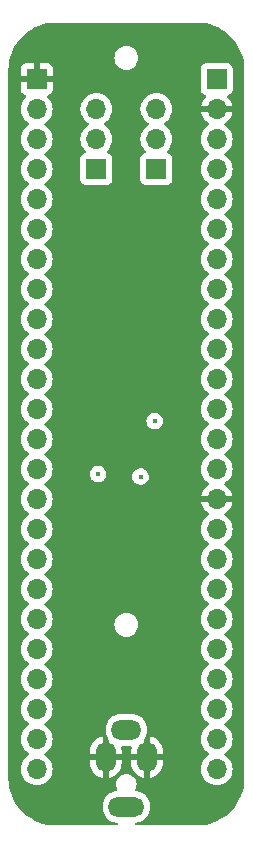
<source format=gbr>
%TF.GenerationSoftware,KiCad,Pcbnew,7.0.7-7.0.7~ubuntu22.04.1*%
%TF.CreationDate,2023-09-13T15:14:59+01:00*%
%TF.ProjectId,clvHd_master_teensy41,636c7648-645f-46d6-9173-7465725f7465,rev?*%
%TF.SameCoordinates,Original*%
%TF.FileFunction,Copper,L3,Inr*%
%TF.FilePolarity,Positive*%
%FSLAX46Y46*%
G04 Gerber Fmt 4.6, Leading zero omitted, Abs format (unit mm)*
G04 Created by KiCad (PCBNEW 7.0.7-7.0.7~ubuntu22.04.1) date 2023-09-13 15:14:59*
%MOMM*%
%LPD*%
G01*
G04 APERTURE LIST*
G04 Aperture macros list*
%AMRoundRect*
0 Rectangle with rounded corners*
0 $1 Rounding radius*
0 $2 $3 $4 $5 $6 $7 $8 $9 X,Y pos of 4 corners*
0 Add a 4 corners polygon primitive as box body*
4,1,4,$2,$3,$4,$5,$6,$7,$8,$9,$2,$3,0*
0 Add four circle primitives for the rounded corners*
1,1,$1+$1,$2,$3*
1,1,$1+$1,$4,$5*
1,1,$1+$1,$6,$7*
1,1,$1+$1,$8,$9*
0 Add four rect primitives between the rounded corners*
20,1,$1+$1,$2,$3,$4,$5,0*
20,1,$1+$1,$4,$5,$6,$7,0*
20,1,$1+$1,$6,$7,$8,$9,0*
20,1,$1+$1,$8,$9,$2,$3,0*%
G04 Aperture macros list end*
%TA.AperFunction,ComponentPad*%
%ADD10R,1.700000X1.700000*%
%TD*%
%TA.AperFunction,ComponentPad*%
%ADD11O,1.700000X1.700000*%
%TD*%
%TA.AperFunction,ComponentPad*%
%ADD12RoundRect,0.800000X-0.050000X-0.450000X0.050000X-0.450000X0.050000X0.450000X-0.050000X0.450000X0*%
%TD*%
%TA.AperFunction,ComponentPad*%
%ADD13RoundRect,0.800000X-0.450000X0.050000X-0.450000X-0.050000X0.450000X-0.050000X0.450000X0.050000X0*%
%TD*%
%TA.AperFunction,ComponentPad*%
%ADD14RoundRect,0.800000X-0.700000X0.050000X-0.700000X-0.050000X0.700000X-0.050000X0.700000X0.050000X0*%
%TD*%
%TA.AperFunction,ViaPad*%
%ADD15C,0.400000*%
%TD*%
G04 APERTURE END LIST*
D10*
%TO.N,unconnected-(J3-Pin_1-Pad1)*%
%TO.C,J3*%
X107645000Y-70800000D03*
D11*
%TO.N,GND*%
X107645000Y-73340000D03*
%TO.N,unconnected-(J3-Pin_3-Pad3)*%
X107645000Y-75880000D03*
%TO.N,unconnected-(J3-Pin_4-Pad4)*%
X107645000Y-78420000D03*
%TO.N,LED_OUT*%
X107645000Y-80960000D03*
%TO.N,unconnected-(J3-Pin_6-Pad6)*%
X107645000Y-83500000D03*
%TO.N,unconnected-(J3-Pin_7-Pad7)*%
X107645000Y-86040000D03*
%TO.N,I2C_SCL*%
X107645000Y-88580000D03*
%TO.N,I2C_SDA*%
X107645000Y-91120000D03*
%TO.N,unconnected-(J3-Pin_10-Pad10)*%
X107645000Y-93660000D03*
%TO.N,unconnected-(J3-Pin_11-Pad11)*%
X107645000Y-96200000D03*
%TO.N,unconnected-(J3-Pin_12-Pad12)*%
X107645000Y-98740000D03*
%TO.N,AUX1*%
X107645000Y-101280000D03*
%TO.N,SCLK*%
X107645000Y-103820000D03*
%TO.N,GND*%
X107645000Y-106360000D03*
%TO.N,unconnected-(J3-Pin_16-Pad16)*%
X107645000Y-108900000D03*
%TO.N,unconnected-(J3-Pin_17-Pad17)*%
X107645000Y-111440000D03*
%TO.N,unconnected-(J3-Pin_18-Pad18)*%
X107645000Y-113980000D03*
%TO.N,unconnected-(J3-Pin_19-Pad19)*%
X107645000Y-116520000D03*
%TO.N,AUX2*%
X107645000Y-119060000D03*
%TO.N,unconnected-(J3-Pin_21-Pad21)*%
X107645000Y-121600000D03*
%TO.N,unconnected-(J3-Pin_22-Pad22)*%
X107645000Y-124140000D03*
%TO.N,unconnected-(J3-Pin_23-Pad23)*%
X107645000Y-126680000D03*
%TO.N,unconnected-(J3-Pin_24-Pad24)*%
X107645000Y-129220000D03*
%TD*%
D10*
%TO.N,3V3_BAT*%
%TO.C,J6*%
X97460000Y-78410000D03*
D11*
%TO.N,+3.3V*%
X97460000Y-75870000D03*
%TO.N,3V3_TEENSY*%
X97460000Y-73330000D03*
%TD*%
D10*
%TO.N,5V_BAT*%
%TO.C,J2*%
X102540000Y-78410000D03*
D11*
%TO.N,+5VA*%
X102540000Y-75870000D03*
%TO.N,3V3_TEENSY*%
X102540000Y-73330000D03*
%TD*%
D10*
%TO.N,GND*%
%TO.C,J4*%
X92405000Y-70800000D03*
D11*
%TO.N,unconnected-(J4-Pin_2-Pad2)*%
X92405000Y-73340000D03*
%TO.N,unconnected-(J4-Pin_3-Pad3)*%
X92405000Y-75880000D03*
%TO.N,ADD_OUT1*%
X92405000Y-78420000D03*
%TO.N,ADD_OUT2*%
X92405000Y-80960000D03*
%TO.N,ADD_OUT3*%
X92405000Y-83500000D03*
%TO.N,ADD_OUT4*%
X92405000Y-86040000D03*
%TO.N,RESETB*%
X92405000Y-88580000D03*
%TO.N,unconnected-(J4-Pin_9-Pad9)*%
X92405000Y-91120000D03*
%TO.N,unconnected-(J4-Pin_10-Pad10)*%
X92405000Y-93660000D03*
%TO.N,unconnected-(J4-Pin_11-Pad11)*%
X92405000Y-96200000D03*
%TO.N,unconnected-(J4-Pin_12-Pad12)*%
X92405000Y-98740000D03*
%TO.N,MOSI_DIN*%
X92405000Y-101280000D03*
%TO.N,MISO_DOUT*%
X92405000Y-103820000D03*
%TO.N,3V3_TEENSY*%
X92405000Y-106360000D03*
%TO.N,unconnected-(J4-Pin_16-Pad16)*%
X92405000Y-108900000D03*
%TO.N,unconnected-(J4-Pin_17-Pad17)*%
X92405000Y-111440000D03*
%TO.N,unconnected-(J4-Pin_18-Pad18)*%
X92405000Y-113980000D03*
%TO.N,unconnected-(J4-Pin_19-Pad19)*%
X92405000Y-116520000D03*
%TO.N,unconnected-(J4-Pin_20-Pad20)*%
X92405000Y-119060000D03*
%TO.N,unconnected-(J4-Pin_21-Pad21)*%
X92405000Y-121600000D03*
%TO.N,unconnected-(J4-Pin_22-Pad22)*%
X92405000Y-124140000D03*
%TO.N,unconnected-(J4-Pin_23-Pad23)*%
X92405000Y-126680000D03*
%TO.N,unconnected-(J4-Pin_24-Pad24)*%
X92405000Y-129220000D03*
%TD*%
D12*
%TO.N,GND*%
%TO.C,J5*%
X101750000Y-128200000D03*
D13*
%TO.N,IN_ref*%
X100000000Y-125900000D03*
D12*
%TO.N,GND*%
X98250000Y-128200000D03*
D14*
%TO.N,IN_ref*%
X100000000Y-132400000D03*
%TD*%
D15*
%TO.N,+3.3V*%
X97600000Y-104250000D03*
%TO.N,+5VA*%
X101200000Y-104450000D03*
%TO.N,GND*%
X102400000Y-102750000D03*
X97600000Y-100150000D03*
%TO.N,IN_ref*%
X102400000Y-99750000D03*
%TD*%
%TA.AperFunction,Conductor*%
%TO.N,GND*%
G36*
X106001427Y-66010567D02*
G01*
X106365245Y-66027388D01*
X106370937Y-66027914D01*
X106730239Y-66078035D01*
X106735858Y-66079085D01*
X107088998Y-66162143D01*
X107094490Y-66163706D01*
X107438468Y-66278996D01*
X107443778Y-66281053D01*
X107775666Y-66427596D01*
X107780766Y-66430135D01*
X107892906Y-66492597D01*
X108097693Y-66606663D01*
X108102564Y-66609679D01*
X108401850Y-66814694D01*
X108406409Y-66818137D01*
X108685503Y-67049893D01*
X108689737Y-67053753D01*
X108946243Y-67310259D01*
X108950103Y-67314493D01*
X109181858Y-67593585D01*
X109185311Y-67598158D01*
X109390322Y-67897439D01*
X109393338Y-67902310D01*
X109482231Y-68061903D01*
X109546485Y-68177261D01*
X109569860Y-68219226D01*
X109572409Y-68224346D01*
X109718943Y-68556214D01*
X109721005Y-68561535D01*
X109741048Y-68621335D01*
X109836292Y-68905506D01*
X109837860Y-68911018D01*
X109920912Y-69264136D01*
X109921965Y-69269768D01*
X109972084Y-69629055D01*
X109972612Y-69634761D01*
X109989436Y-69998661D01*
X109989502Y-70001525D01*
X109989500Y-129996587D01*
X109989500Y-129998560D01*
X109989434Y-130001424D01*
X109972612Y-130365243D01*
X109972084Y-130370948D01*
X109921966Y-130730232D01*
X109920913Y-130735864D01*
X109837860Y-131088983D01*
X109836292Y-131094494D01*
X109721008Y-131438459D01*
X109718940Y-131443795D01*
X109689328Y-131510861D01*
X109572414Y-131775646D01*
X109569860Y-131780775D01*
X109393338Y-132097691D01*
X109390322Y-132102562D01*
X109185307Y-132401849D01*
X109181854Y-132406422D01*
X108950108Y-132685502D01*
X108946248Y-132689736D01*
X108689736Y-132946248D01*
X108685502Y-132950108D01*
X108406422Y-133181854D01*
X108401849Y-133185307D01*
X108102562Y-133390322D01*
X108097691Y-133393338D01*
X107780775Y-133569860D01*
X107775647Y-133572413D01*
X107443795Y-133718940D01*
X107438459Y-133721008D01*
X107094494Y-133836292D01*
X107088983Y-133837860D01*
X106735864Y-133920913D01*
X106730232Y-133921966D01*
X106370948Y-133972084D01*
X106365243Y-133972612D01*
X106001424Y-133989434D01*
X105998560Y-133989500D01*
X100865067Y-133989500D01*
X100798028Y-133969815D01*
X100752273Y-133917011D01*
X100742329Y-133847853D01*
X100771354Y-133784297D01*
X100830132Y-133746523D01*
X100854260Y-133741972D01*
X100858333Y-133741615D01*
X100926692Y-133735635D01*
X101146496Y-133676739D01*
X101352734Y-133580568D01*
X101539139Y-133450047D01*
X101700047Y-133289139D01*
X101830568Y-133102734D01*
X101926739Y-132896496D01*
X101985635Y-132676692D01*
X102000500Y-132506784D01*
X102000500Y-132293216D01*
X101985635Y-132123308D01*
X101926739Y-131903504D01*
X101830568Y-131697266D01*
X101700047Y-131510861D01*
X101700045Y-131510858D01*
X101539141Y-131349954D01*
X101352734Y-131219432D01*
X101352732Y-131219431D01*
X101146497Y-131123261D01*
X101146488Y-131123258D01*
X100926697Y-131064366D01*
X100926687Y-131064364D01*
X100874130Y-131059766D01*
X100809062Y-131034313D01*
X100768084Y-130977721D01*
X100764207Y-130907959D01*
X100777549Y-130874244D01*
X100790436Y-130851925D01*
X100846332Y-130679894D01*
X100865240Y-130500000D01*
X100846332Y-130320106D01*
X100790436Y-130148075D01*
X100704945Y-130000000D01*
X100699995Y-129991426D01*
X100699990Y-129991419D01*
X100578959Y-129857001D01*
X100578957Y-129856999D01*
X100432621Y-129750680D01*
X100432620Y-129750679D01*
X100282099Y-129683664D01*
X100267374Y-129677108D01*
X100267372Y-129677107D01*
X100138200Y-129649651D01*
X100090442Y-129639500D01*
X99909558Y-129639500D01*
X99861799Y-129649651D01*
X99732628Y-129677107D01*
X99567379Y-129750679D01*
X99567378Y-129750680D01*
X99421042Y-129856999D01*
X99421040Y-129857001D01*
X99300009Y-129991419D01*
X99300004Y-129991426D01*
X99209564Y-130148074D01*
X99209561Y-130148080D01*
X99153669Y-130320101D01*
X99153668Y-130320103D01*
X99134760Y-130500000D01*
X99153668Y-130679896D01*
X99153669Y-130679898D01*
X99209561Y-130851919D01*
X99209562Y-130851920D01*
X99209564Y-130851925D01*
X99222447Y-130874240D01*
X99238920Y-130942137D01*
X99216068Y-131008164D01*
X99161147Y-131051355D01*
X99125869Y-131059766D01*
X99073312Y-131064364D01*
X99073302Y-131064366D01*
X98853511Y-131123258D01*
X98853502Y-131123261D01*
X98647267Y-131219431D01*
X98647265Y-131219432D01*
X98460858Y-131349954D01*
X98299954Y-131510858D01*
X98169432Y-131697265D01*
X98169431Y-131697267D01*
X98073261Y-131903502D01*
X98073258Y-131903511D01*
X98014366Y-132123302D01*
X98014364Y-132123312D01*
X97999500Y-132293216D01*
X97999500Y-132506784D01*
X98014364Y-132676687D01*
X98014366Y-132676697D01*
X98073258Y-132896488D01*
X98073261Y-132896497D01*
X98169431Y-133102732D01*
X98169432Y-133102734D01*
X98299954Y-133289141D01*
X98460858Y-133450045D01*
X98460861Y-133450047D01*
X98647266Y-133580568D01*
X98853504Y-133676739D01*
X99073308Y-133735635D01*
X99140905Y-133741549D01*
X99145740Y-133741972D01*
X99210809Y-133767424D01*
X99251788Y-133824015D01*
X99255666Y-133893777D01*
X99221212Y-133954561D01*
X99159365Y-133987069D01*
X99134933Y-133989500D01*
X94001440Y-133989500D01*
X93998576Y-133989434D01*
X93634756Y-133972612D01*
X93629051Y-133972084D01*
X93269767Y-133921966D01*
X93264135Y-133920913D01*
X92911016Y-133837860D01*
X92905505Y-133836292D01*
X92700028Y-133767424D01*
X92561533Y-133721005D01*
X92556212Y-133718943D01*
X92224344Y-133572409D01*
X92219224Y-133569860D01*
X91902308Y-133393338D01*
X91897437Y-133390322D01*
X91598150Y-133185307D01*
X91593587Y-133181862D01*
X91314495Y-132950106D01*
X91310263Y-132946248D01*
X91053751Y-132689736D01*
X91049891Y-132685502D01*
X90818135Y-132406408D01*
X90814692Y-132401849D01*
X90609677Y-132102562D01*
X90606661Y-132097691D01*
X90498498Y-131903502D01*
X90430133Y-131780764D01*
X90427594Y-131775664D01*
X90281051Y-131443776D01*
X90278998Y-131438478D01*
X90163705Y-131094487D01*
X90162142Y-131088995D01*
X90079084Y-130735856D01*
X90078033Y-130730232D01*
X90071012Y-130679898D01*
X90027913Y-130370935D01*
X90027387Y-130365243D01*
X90010566Y-130001424D01*
X90010500Y-129998560D01*
X90010500Y-129996588D01*
X90010500Y-129220000D01*
X91049341Y-129220000D01*
X91069936Y-129455403D01*
X91069938Y-129455413D01*
X91131094Y-129683655D01*
X91131096Y-129683659D01*
X91131097Y-129683663D01*
X91211925Y-129856999D01*
X91230965Y-129897830D01*
X91230967Y-129897834D01*
X91300115Y-129996587D01*
X91366505Y-130091401D01*
X91533599Y-130258495D01*
X91621581Y-130320101D01*
X91727165Y-130394032D01*
X91727167Y-130394033D01*
X91727170Y-130394035D01*
X91941337Y-130493903D01*
X91941343Y-130493904D01*
X91941344Y-130493905D01*
X91996285Y-130508626D01*
X92169592Y-130555063D01*
X92357918Y-130571539D01*
X92404999Y-130575659D01*
X92405000Y-130575659D01*
X92405001Y-130575659D01*
X92444234Y-130572226D01*
X92640408Y-130555063D01*
X92868663Y-130493903D01*
X93082830Y-130394035D01*
X93276401Y-130258495D01*
X93443495Y-130091401D01*
X93579035Y-129897830D01*
X93678903Y-129683663D01*
X93740063Y-129455408D01*
X93760659Y-129220000D01*
X93740063Y-128984592D01*
X93678903Y-128756337D01*
X93579035Y-128542171D01*
X93514497Y-128450000D01*
X93443494Y-128348597D01*
X93276402Y-128181506D01*
X93276396Y-128181501D01*
X93090842Y-128051575D01*
X93047217Y-127996998D01*
X93042352Y-127950000D01*
X96900000Y-127950000D01*
X97726000Y-127950000D01*
X97793039Y-127969685D01*
X97838794Y-128022489D01*
X97850000Y-128074000D01*
X97850000Y-128326000D01*
X97830315Y-128393039D01*
X97777511Y-128438794D01*
X97726000Y-128450000D01*
X96900001Y-128450000D01*
X96900001Y-128706762D01*
X96914859Y-128876604D01*
X96914859Y-128876607D01*
X96973730Y-129096317D01*
X96973734Y-129096326D01*
X97069865Y-129302482D01*
X97200342Y-129488820D01*
X97361179Y-129649657D01*
X97547517Y-129780134D01*
X97753673Y-129876265D01*
X97753682Y-129876269D01*
X97973396Y-129935141D01*
X97999999Y-129937467D01*
X98000000Y-129937467D01*
X98000000Y-129160575D01*
X98019685Y-129093536D01*
X98072489Y-129047781D01*
X98141647Y-129037837D01*
X98143351Y-129038095D01*
X98197327Y-129046643D01*
X98249998Y-129054986D01*
X98250000Y-129054986D01*
X98250002Y-129054986D01*
X98302672Y-129046643D01*
X98356603Y-129038102D01*
X98425895Y-129047056D01*
X98479347Y-129092053D01*
X98499987Y-129158804D01*
X98500000Y-129160575D01*
X98500000Y-129937467D01*
X98526603Y-129935141D01*
X98746317Y-129876269D01*
X98746326Y-129876265D01*
X98952482Y-129780134D01*
X99138820Y-129649657D01*
X99299657Y-129488820D01*
X99430134Y-129302482D01*
X99526265Y-129096326D01*
X99526269Y-129096317D01*
X99585139Y-128876610D01*
X99585141Y-128876599D01*
X99600000Y-128706763D01*
X99600000Y-128450000D01*
X98774000Y-128450000D01*
X98706961Y-128430315D01*
X98661206Y-128377511D01*
X98650000Y-128326000D01*
X98650000Y-128074000D01*
X98669685Y-128006961D01*
X98722489Y-127961206D01*
X98774000Y-127950000D01*
X99599999Y-127950000D01*
X99599999Y-127693238D01*
X99585140Y-127523395D01*
X99585140Y-127523392D01*
X99553844Y-127406593D01*
X99555507Y-127336744D01*
X99594669Y-127278881D01*
X99658898Y-127251377D01*
X99673619Y-127250500D01*
X100326381Y-127250500D01*
X100393420Y-127270185D01*
X100439175Y-127322989D01*
X100449119Y-127392147D01*
X100446156Y-127406593D01*
X100414860Y-127523390D01*
X100414858Y-127523400D01*
X100400000Y-127693237D01*
X100400000Y-127950000D01*
X101226000Y-127950000D01*
X101293039Y-127969685D01*
X101338794Y-128022489D01*
X101350000Y-128074000D01*
X101350000Y-128326000D01*
X101330315Y-128393039D01*
X101277511Y-128438794D01*
X101226000Y-128450000D01*
X100400001Y-128450000D01*
X100400001Y-128706762D01*
X100414859Y-128876604D01*
X100414859Y-128876607D01*
X100473730Y-129096317D01*
X100473734Y-129096326D01*
X100569865Y-129302482D01*
X100700342Y-129488820D01*
X100861179Y-129649657D01*
X101047517Y-129780134D01*
X101253673Y-129876265D01*
X101253682Y-129876269D01*
X101473396Y-129935141D01*
X101499999Y-129937467D01*
X101500000Y-129937467D01*
X101500000Y-129160575D01*
X101519685Y-129093536D01*
X101572489Y-129047781D01*
X101641647Y-129037837D01*
X101643351Y-129038095D01*
X101697327Y-129046643D01*
X101749998Y-129054986D01*
X101750000Y-129054986D01*
X101750002Y-129054986D01*
X101802672Y-129046643D01*
X101856603Y-129038102D01*
X101925895Y-129047056D01*
X101979347Y-129092053D01*
X101999987Y-129158804D01*
X102000000Y-129160575D01*
X102000000Y-129937467D01*
X102026603Y-129935141D01*
X102246317Y-129876269D01*
X102246326Y-129876265D01*
X102452482Y-129780134D01*
X102638820Y-129649657D01*
X102799657Y-129488820D01*
X102930134Y-129302482D01*
X102968596Y-129220000D01*
X106289341Y-129220000D01*
X106309936Y-129455403D01*
X106309938Y-129455413D01*
X106371094Y-129683655D01*
X106371096Y-129683659D01*
X106371097Y-129683663D01*
X106451925Y-129856999D01*
X106470965Y-129897830D01*
X106470967Y-129897834D01*
X106540115Y-129996587D01*
X106606505Y-130091401D01*
X106773599Y-130258495D01*
X106861581Y-130320101D01*
X106967165Y-130394032D01*
X106967167Y-130394033D01*
X106967170Y-130394035D01*
X107181337Y-130493903D01*
X107181343Y-130493904D01*
X107181344Y-130493905D01*
X107236285Y-130508626D01*
X107409592Y-130555063D01*
X107597918Y-130571539D01*
X107644999Y-130575659D01*
X107645000Y-130575659D01*
X107645001Y-130575659D01*
X107684234Y-130572226D01*
X107880408Y-130555063D01*
X108108663Y-130493903D01*
X108322830Y-130394035D01*
X108516401Y-130258495D01*
X108683495Y-130091401D01*
X108819035Y-129897830D01*
X108918903Y-129683663D01*
X108980063Y-129455408D01*
X109000659Y-129220000D01*
X108980063Y-128984592D01*
X108918903Y-128756337D01*
X108819035Y-128542171D01*
X108754497Y-128450000D01*
X108683494Y-128348597D01*
X108516402Y-128181506D01*
X108516401Y-128181505D01*
X108330842Y-128051575D01*
X108330841Y-128051574D01*
X108287216Y-127996997D01*
X108280024Y-127927498D01*
X108311546Y-127865144D01*
X108330836Y-127848428D01*
X108516401Y-127718495D01*
X108683495Y-127551401D01*
X108819035Y-127357830D01*
X108918903Y-127143663D01*
X108980063Y-126915408D01*
X109000659Y-126680000D01*
X108980063Y-126444592D01*
X108918903Y-126216337D01*
X108819035Y-126002171D01*
X108683495Y-125808599D01*
X108683494Y-125808597D01*
X108516402Y-125641506D01*
X108516401Y-125641505D01*
X108330842Y-125511575D01*
X108330841Y-125511574D01*
X108287216Y-125456997D01*
X108280024Y-125387498D01*
X108311546Y-125325144D01*
X108330836Y-125308428D01*
X108516401Y-125178495D01*
X108683495Y-125011401D01*
X108819035Y-124817830D01*
X108918903Y-124603663D01*
X108980063Y-124375408D01*
X109000659Y-124140000D01*
X108980063Y-123904592D01*
X108918903Y-123676337D01*
X108819035Y-123462171D01*
X108683495Y-123268599D01*
X108683494Y-123268597D01*
X108516402Y-123101506D01*
X108516401Y-123101505D01*
X108330842Y-122971575D01*
X108330841Y-122971574D01*
X108287216Y-122916997D01*
X108280024Y-122847498D01*
X108311546Y-122785144D01*
X108330836Y-122768428D01*
X108516401Y-122638495D01*
X108683495Y-122471401D01*
X108819035Y-122277830D01*
X108918903Y-122063663D01*
X108980063Y-121835408D01*
X109000659Y-121600000D01*
X108980063Y-121364592D01*
X108918903Y-121136337D01*
X108819035Y-120922171D01*
X108683495Y-120728599D01*
X108683494Y-120728597D01*
X108516402Y-120561506D01*
X108516401Y-120561505D01*
X108330842Y-120431575D01*
X108330841Y-120431574D01*
X108287216Y-120376997D01*
X108280024Y-120307498D01*
X108311546Y-120245144D01*
X108330836Y-120228428D01*
X108516401Y-120098495D01*
X108683495Y-119931401D01*
X108819035Y-119737830D01*
X108918903Y-119523663D01*
X108980063Y-119295408D01*
X109000659Y-119060000D01*
X108980063Y-118824592D01*
X108918903Y-118596337D01*
X108819035Y-118382171D01*
X108683495Y-118188599D01*
X108683494Y-118188597D01*
X108516402Y-118021506D01*
X108516401Y-118021505D01*
X108330842Y-117891575D01*
X108330841Y-117891574D01*
X108287216Y-117836997D01*
X108280024Y-117767498D01*
X108311546Y-117705144D01*
X108330836Y-117688428D01*
X108516401Y-117558495D01*
X108683495Y-117391401D01*
X108819035Y-117197830D01*
X108918903Y-116983663D01*
X108980063Y-116755408D01*
X109000659Y-116520000D01*
X108980063Y-116284592D01*
X108918903Y-116056337D01*
X108819035Y-115842171D01*
X108683495Y-115648599D01*
X108683494Y-115648597D01*
X108516402Y-115481506D01*
X108516401Y-115481505D01*
X108330842Y-115351575D01*
X108330841Y-115351574D01*
X108287216Y-115296997D01*
X108280024Y-115227498D01*
X108311546Y-115165144D01*
X108330836Y-115148428D01*
X108516401Y-115018495D01*
X108683495Y-114851401D01*
X108819035Y-114657830D01*
X108918903Y-114443663D01*
X108980063Y-114215408D01*
X109000659Y-113980000D01*
X108980063Y-113744592D01*
X108918903Y-113516337D01*
X108819035Y-113302171D01*
X108683495Y-113108599D01*
X108683494Y-113108597D01*
X108516402Y-112941506D01*
X108516401Y-112941505D01*
X108330842Y-112811575D01*
X108330841Y-112811574D01*
X108287216Y-112756997D01*
X108280024Y-112687498D01*
X108311546Y-112625144D01*
X108330836Y-112608428D01*
X108516401Y-112478495D01*
X108683495Y-112311401D01*
X108819035Y-112117830D01*
X108918903Y-111903663D01*
X108980063Y-111675408D01*
X109000659Y-111440000D01*
X108980063Y-111204592D01*
X108918903Y-110976337D01*
X108819035Y-110762171D01*
X108683495Y-110568599D01*
X108683494Y-110568597D01*
X108516402Y-110401506D01*
X108516401Y-110401505D01*
X108330842Y-110271575D01*
X108330841Y-110271574D01*
X108287216Y-110216997D01*
X108280024Y-110147498D01*
X108311546Y-110085144D01*
X108330836Y-110068428D01*
X108516401Y-109938495D01*
X108683495Y-109771401D01*
X108819035Y-109577830D01*
X108918903Y-109363663D01*
X108980063Y-109135408D01*
X109000659Y-108900000D01*
X108980063Y-108664592D01*
X108918903Y-108436337D01*
X108819035Y-108222171D01*
X108683495Y-108028599D01*
X108683494Y-108028597D01*
X108516402Y-107861506D01*
X108516401Y-107861505D01*
X108330405Y-107731269D01*
X108286781Y-107676692D01*
X108279588Y-107607193D01*
X108311110Y-107544839D01*
X108330405Y-107528119D01*
X108516082Y-107398105D01*
X108683105Y-107231082D01*
X108818600Y-107037578D01*
X108918429Y-106823492D01*
X108918432Y-106823486D01*
X108975636Y-106610000D01*
X108258347Y-106610000D01*
X108191308Y-106590315D01*
X108145553Y-106537511D01*
X108135609Y-106468353D01*
X108139369Y-106451067D01*
X108145000Y-106431888D01*
X108145000Y-106288111D01*
X108139369Y-106268933D01*
X108139370Y-106199064D01*
X108177145Y-106140286D01*
X108240701Y-106111262D01*
X108258347Y-106110000D01*
X108975636Y-106110000D01*
X108975635Y-106109999D01*
X108918432Y-105896513D01*
X108918429Y-105896507D01*
X108818600Y-105682422D01*
X108818599Y-105682420D01*
X108683113Y-105488926D01*
X108683108Y-105488920D01*
X108516078Y-105321890D01*
X108330405Y-105191879D01*
X108286780Y-105137302D01*
X108279588Y-105067804D01*
X108311110Y-105005449D01*
X108330406Y-104988730D01*
X108385004Y-104950500D01*
X108516401Y-104858495D01*
X108683495Y-104691401D01*
X108819035Y-104497830D01*
X108918903Y-104283663D01*
X108980063Y-104055408D01*
X109000659Y-103820000D01*
X108980063Y-103584592D01*
X108918903Y-103356337D01*
X108819035Y-103142171D01*
X108683495Y-102948599D01*
X108683494Y-102948597D01*
X108516402Y-102781506D01*
X108516401Y-102781505D01*
X108330842Y-102651575D01*
X108330841Y-102651574D01*
X108287216Y-102596997D01*
X108280024Y-102527498D01*
X108311546Y-102465144D01*
X108330836Y-102448428D01*
X108516401Y-102318495D01*
X108683495Y-102151401D01*
X108819035Y-101957830D01*
X108918903Y-101743663D01*
X108980063Y-101515408D01*
X109000659Y-101280000D01*
X108980063Y-101044592D01*
X108918903Y-100816337D01*
X108819035Y-100602171D01*
X108712835Y-100450500D01*
X108683494Y-100408597D01*
X108516402Y-100241506D01*
X108516401Y-100241505D01*
X108330842Y-100111575D01*
X108330841Y-100111574D01*
X108287216Y-100056997D01*
X108280024Y-99987498D01*
X108311546Y-99925144D01*
X108330836Y-99908428D01*
X108516401Y-99778495D01*
X108683495Y-99611401D01*
X108819035Y-99417830D01*
X108918903Y-99203663D01*
X108980063Y-98975408D01*
X109000659Y-98740000D01*
X108980063Y-98504592D01*
X108918903Y-98276337D01*
X108819035Y-98062171D01*
X108683495Y-97868599D01*
X108683494Y-97868597D01*
X108516402Y-97701506D01*
X108516401Y-97701505D01*
X108330842Y-97571575D01*
X108330841Y-97571574D01*
X108287216Y-97516997D01*
X108280024Y-97447498D01*
X108311546Y-97385144D01*
X108330836Y-97368428D01*
X108516401Y-97238495D01*
X108683495Y-97071401D01*
X108819035Y-96877830D01*
X108918903Y-96663663D01*
X108980063Y-96435408D01*
X109000659Y-96200000D01*
X108980063Y-95964592D01*
X108918903Y-95736337D01*
X108819035Y-95522171D01*
X108683495Y-95328599D01*
X108683494Y-95328597D01*
X108516402Y-95161506D01*
X108516401Y-95161505D01*
X108330842Y-95031575D01*
X108330841Y-95031574D01*
X108287216Y-94976997D01*
X108280024Y-94907498D01*
X108311546Y-94845144D01*
X108330836Y-94828428D01*
X108516401Y-94698495D01*
X108683495Y-94531401D01*
X108819035Y-94337830D01*
X108918903Y-94123663D01*
X108980063Y-93895408D01*
X109000659Y-93660000D01*
X108980063Y-93424592D01*
X108918903Y-93196337D01*
X108819035Y-92982171D01*
X108683495Y-92788599D01*
X108683494Y-92788597D01*
X108516402Y-92621506D01*
X108516401Y-92621505D01*
X108330842Y-92491575D01*
X108330841Y-92491574D01*
X108287216Y-92436997D01*
X108280024Y-92367498D01*
X108311546Y-92305144D01*
X108330836Y-92288428D01*
X108516401Y-92158495D01*
X108683495Y-91991401D01*
X108819035Y-91797830D01*
X108918903Y-91583663D01*
X108980063Y-91355408D01*
X109000659Y-91120000D01*
X108980063Y-90884592D01*
X108918903Y-90656337D01*
X108819035Y-90442171D01*
X108683495Y-90248599D01*
X108683494Y-90248597D01*
X108516402Y-90081506D01*
X108516401Y-90081505D01*
X108330842Y-89951575D01*
X108330841Y-89951574D01*
X108287216Y-89896997D01*
X108280024Y-89827498D01*
X108311546Y-89765144D01*
X108330836Y-89748428D01*
X108516401Y-89618495D01*
X108683495Y-89451401D01*
X108819035Y-89257830D01*
X108918903Y-89043663D01*
X108980063Y-88815408D01*
X109000659Y-88580000D01*
X108980063Y-88344592D01*
X108918903Y-88116337D01*
X108819035Y-87902171D01*
X108683495Y-87708599D01*
X108683494Y-87708597D01*
X108516402Y-87541506D01*
X108516401Y-87541505D01*
X108330842Y-87411575D01*
X108330841Y-87411574D01*
X108287216Y-87356997D01*
X108280024Y-87287498D01*
X108311546Y-87225144D01*
X108330836Y-87208428D01*
X108516401Y-87078495D01*
X108683495Y-86911401D01*
X108819035Y-86717830D01*
X108918903Y-86503663D01*
X108980063Y-86275408D01*
X109000659Y-86040000D01*
X108980063Y-85804592D01*
X108918903Y-85576337D01*
X108819035Y-85362171D01*
X108683495Y-85168599D01*
X108683494Y-85168597D01*
X108516402Y-85001506D01*
X108516396Y-85001501D01*
X108330842Y-84871575D01*
X108287217Y-84816998D01*
X108280023Y-84747500D01*
X108311546Y-84685145D01*
X108330842Y-84668425D01*
X108353026Y-84652891D01*
X108516401Y-84538495D01*
X108683495Y-84371401D01*
X108819035Y-84177830D01*
X108918903Y-83963663D01*
X108980063Y-83735408D01*
X109000659Y-83500000D01*
X108980063Y-83264592D01*
X108918903Y-83036337D01*
X108819035Y-82822171D01*
X108683495Y-82628599D01*
X108683494Y-82628597D01*
X108516402Y-82461506D01*
X108516396Y-82461501D01*
X108330842Y-82331575D01*
X108287217Y-82276998D01*
X108280023Y-82207500D01*
X108311546Y-82145145D01*
X108330842Y-82128425D01*
X108353026Y-82112891D01*
X108516401Y-81998495D01*
X108683495Y-81831401D01*
X108819035Y-81637830D01*
X108918903Y-81423663D01*
X108980063Y-81195408D01*
X109000659Y-80960000D01*
X108980063Y-80724592D01*
X108918903Y-80496337D01*
X108819035Y-80282171D01*
X108683495Y-80088599D01*
X108683494Y-80088597D01*
X108516402Y-79921506D01*
X108516396Y-79921501D01*
X108330842Y-79791575D01*
X108287217Y-79736998D01*
X108280023Y-79667500D01*
X108311546Y-79605145D01*
X108330842Y-79588425D01*
X108453791Y-79502335D01*
X108516401Y-79458495D01*
X108683495Y-79291401D01*
X108819035Y-79097830D01*
X108918903Y-78883663D01*
X108980063Y-78655408D01*
X109000659Y-78420000D01*
X108980063Y-78184592D01*
X108918903Y-77956337D01*
X108819035Y-77742171D01*
X108683495Y-77548599D01*
X108683494Y-77548597D01*
X108516402Y-77381506D01*
X108516396Y-77381501D01*
X108330842Y-77251575D01*
X108287217Y-77196998D01*
X108280023Y-77127500D01*
X108311546Y-77065145D01*
X108330842Y-77048425D01*
X108408082Y-76994341D01*
X108516401Y-76918495D01*
X108683495Y-76751401D01*
X108819035Y-76557830D01*
X108918903Y-76343663D01*
X108980063Y-76115408D01*
X109000659Y-75880000D01*
X108980063Y-75644592D01*
X108918903Y-75416337D01*
X108819035Y-75202171D01*
X108683495Y-75008599D01*
X108683494Y-75008597D01*
X108516402Y-74841506D01*
X108516401Y-74841505D01*
X108330405Y-74711269D01*
X108286781Y-74656692D01*
X108279588Y-74587193D01*
X108311110Y-74524839D01*
X108330405Y-74508119D01*
X108516082Y-74378105D01*
X108683105Y-74211082D01*
X108818600Y-74017578D01*
X108918429Y-73803492D01*
X108918432Y-73803486D01*
X108975636Y-73590000D01*
X108258347Y-73590000D01*
X108191308Y-73570315D01*
X108145553Y-73517511D01*
X108135609Y-73448353D01*
X108139369Y-73431067D01*
X108145000Y-73411888D01*
X108145000Y-73268111D01*
X108139369Y-73248933D01*
X108139370Y-73179064D01*
X108177145Y-73120286D01*
X108240701Y-73091262D01*
X108258347Y-73090000D01*
X108975636Y-73090000D01*
X108975635Y-73089999D01*
X108918432Y-72876513D01*
X108918429Y-72876507D01*
X108818600Y-72662422D01*
X108818599Y-72662420D01*
X108683113Y-72468926D01*
X108683108Y-72468920D01*
X108561053Y-72346865D01*
X108527568Y-72285542D01*
X108532552Y-72215850D01*
X108574424Y-72159917D01*
X108605400Y-72143002D01*
X108737331Y-72093796D01*
X108852546Y-72007546D01*
X108938796Y-71892331D01*
X108989091Y-71757483D01*
X108995500Y-71697873D01*
X108995499Y-69902128D01*
X108989091Y-69842517D01*
X108981714Y-69822739D01*
X108938797Y-69707671D01*
X108938793Y-69707664D01*
X108852547Y-69592455D01*
X108852544Y-69592452D01*
X108737335Y-69506206D01*
X108737328Y-69506202D01*
X108602482Y-69455908D01*
X108602483Y-69455908D01*
X108542883Y-69449501D01*
X108542881Y-69449500D01*
X108542873Y-69449500D01*
X108542864Y-69449500D01*
X106747129Y-69449500D01*
X106747123Y-69449501D01*
X106687516Y-69455908D01*
X106552671Y-69506202D01*
X106552664Y-69506206D01*
X106437455Y-69592452D01*
X106437452Y-69592455D01*
X106351206Y-69707664D01*
X106351202Y-69707671D01*
X106300908Y-69842517D01*
X106294501Y-69902116D01*
X106294501Y-69902123D01*
X106294500Y-69902135D01*
X106294500Y-71697870D01*
X106294501Y-71697876D01*
X106300908Y-71757483D01*
X106351202Y-71892328D01*
X106351206Y-71892335D01*
X106437452Y-72007544D01*
X106437455Y-72007547D01*
X106552664Y-72093793D01*
X106552671Y-72093797D01*
X106552674Y-72093798D01*
X106684598Y-72143002D01*
X106740531Y-72184873D01*
X106764949Y-72250337D01*
X106750098Y-72318610D01*
X106728947Y-72346865D01*
X106606886Y-72468926D01*
X106471400Y-72662420D01*
X106471399Y-72662422D01*
X106371570Y-72876507D01*
X106371567Y-72876513D01*
X106314364Y-73089999D01*
X106314364Y-73090000D01*
X107031653Y-73090000D01*
X107098692Y-73109685D01*
X107144447Y-73162489D01*
X107154391Y-73231647D01*
X107150631Y-73248933D01*
X107145000Y-73268111D01*
X107145000Y-73411888D01*
X107150631Y-73431067D01*
X107150630Y-73500936D01*
X107112855Y-73559714D01*
X107049299Y-73588738D01*
X107031653Y-73590000D01*
X106314364Y-73590000D01*
X106371567Y-73803486D01*
X106371570Y-73803492D01*
X106471399Y-74017578D01*
X106606894Y-74211082D01*
X106773917Y-74378105D01*
X106959595Y-74508119D01*
X107003219Y-74562696D01*
X107010412Y-74632195D01*
X106978890Y-74694549D01*
X106959595Y-74711269D01*
X106773594Y-74841508D01*
X106606505Y-75008597D01*
X106470965Y-75202169D01*
X106470964Y-75202171D01*
X106371098Y-75416335D01*
X106371094Y-75416344D01*
X106309938Y-75644586D01*
X106309936Y-75644596D01*
X106289341Y-75879999D01*
X106289341Y-75880000D01*
X106309936Y-76115403D01*
X106309938Y-76115413D01*
X106371094Y-76343655D01*
X106371096Y-76343659D01*
X106371097Y-76343663D01*
X106466302Y-76547830D01*
X106470965Y-76557830D01*
X106470967Y-76557834D01*
X106579281Y-76712521D01*
X106599499Y-76741396D01*
X106606501Y-76751395D01*
X106606506Y-76751402D01*
X106773597Y-76918493D01*
X106773603Y-76918498D01*
X106959158Y-77048425D01*
X107002783Y-77103002D01*
X107009977Y-77172500D01*
X106978454Y-77234855D01*
X106959158Y-77251575D01*
X106773597Y-77381505D01*
X106606505Y-77548597D01*
X106470965Y-77742169D01*
X106470964Y-77742171D01*
X106371098Y-77956335D01*
X106371094Y-77956344D01*
X106309938Y-78184586D01*
X106309936Y-78184596D01*
X106289341Y-78419999D01*
X106289341Y-78420000D01*
X106309936Y-78655403D01*
X106309938Y-78655413D01*
X106371094Y-78883655D01*
X106371096Y-78883659D01*
X106371097Y-78883663D01*
X106470964Y-79097830D01*
X106470965Y-79097830D01*
X106470967Y-79097834D01*
X106606501Y-79291395D01*
X106606506Y-79291402D01*
X106773597Y-79458493D01*
X106773603Y-79458498D01*
X106959158Y-79588425D01*
X107002783Y-79643002D01*
X107009977Y-79712500D01*
X106978454Y-79774855D01*
X106959158Y-79791575D01*
X106773597Y-79921505D01*
X106606505Y-80088597D01*
X106470965Y-80282169D01*
X106470964Y-80282171D01*
X106371098Y-80496335D01*
X106371094Y-80496344D01*
X106309938Y-80724586D01*
X106309936Y-80724596D01*
X106289341Y-80959999D01*
X106289341Y-80960000D01*
X106309936Y-81195403D01*
X106309938Y-81195413D01*
X106371094Y-81423655D01*
X106371096Y-81423659D01*
X106371097Y-81423663D01*
X106470965Y-81637829D01*
X106470965Y-81637830D01*
X106470967Y-81637834D01*
X106606501Y-81831395D01*
X106606506Y-81831402D01*
X106773597Y-81998493D01*
X106773603Y-81998498D01*
X106959158Y-82128425D01*
X107002783Y-82183002D01*
X107009977Y-82252500D01*
X106978454Y-82314855D01*
X106959158Y-82331575D01*
X106773597Y-82461505D01*
X106606505Y-82628597D01*
X106470965Y-82822169D01*
X106470964Y-82822171D01*
X106371098Y-83036335D01*
X106371094Y-83036344D01*
X106309938Y-83264586D01*
X106309936Y-83264596D01*
X106289341Y-83499999D01*
X106289341Y-83500000D01*
X106309936Y-83735403D01*
X106309938Y-83735413D01*
X106371094Y-83963655D01*
X106371096Y-83963659D01*
X106371097Y-83963663D01*
X106470964Y-84177829D01*
X106470965Y-84177830D01*
X106470967Y-84177834D01*
X106606501Y-84371395D01*
X106606506Y-84371402D01*
X106773597Y-84538493D01*
X106773603Y-84538498D01*
X106959158Y-84668425D01*
X107002783Y-84723002D01*
X107009977Y-84792500D01*
X106978454Y-84854855D01*
X106959158Y-84871575D01*
X106773597Y-85001505D01*
X106606505Y-85168597D01*
X106470965Y-85362169D01*
X106470964Y-85362171D01*
X106371098Y-85576335D01*
X106371094Y-85576344D01*
X106309938Y-85804586D01*
X106309936Y-85804596D01*
X106289341Y-86039999D01*
X106289341Y-86040000D01*
X106309936Y-86275403D01*
X106309938Y-86275413D01*
X106371094Y-86503655D01*
X106371096Y-86503659D01*
X106371097Y-86503663D01*
X106470965Y-86717830D01*
X106470967Y-86717834D01*
X106606501Y-86911395D01*
X106606506Y-86911402D01*
X106773597Y-87078493D01*
X106773603Y-87078498D01*
X106959158Y-87208425D01*
X107002783Y-87263002D01*
X107009977Y-87332500D01*
X106978454Y-87394855D01*
X106959158Y-87411575D01*
X106773597Y-87541505D01*
X106606505Y-87708597D01*
X106470965Y-87902169D01*
X106470964Y-87902171D01*
X106371098Y-88116335D01*
X106371094Y-88116344D01*
X106309938Y-88344586D01*
X106309936Y-88344596D01*
X106289341Y-88579999D01*
X106289341Y-88580000D01*
X106309936Y-88815403D01*
X106309938Y-88815413D01*
X106371094Y-89043655D01*
X106371096Y-89043659D01*
X106371097Y-89043663D01*
X106470964Y-89257829D01*
X106470965Y-89257830D01*
X106470967Y-89257834D01*
X106606501Y-89451395D01*
X106606506Y-89451402D01*
X106773597Y-89618493D01*
X106773603Y-89618498D01*
X106959158Y-89748425D01*
X107002783Y-89803002D01*
X107009977Y-89872500D01*
X106978454Y-89934855D01*
X106959158Y-89951575D01*
X106773597Y-90081505D01*
X106606505Y-90248597D01*
X106470965Y-90442169D01*
X106470964Y-90442171D01*
X106371098Y-90656335D01*
X106371094Y-90656344D01*
X106309938Y-90884586D01*
X106309936Y-90884596D01*
X106289341Y-91119999D01*
X106289341Y-91120000D01*
X106309936Y-91355403D01*
X106309938Y-91355413D01*
X106371094Y-91583655D01*
X106371096Y-91583659D01*
X106371097Y-91583663D01*
X106470965Y-91797830D01*
X106470967Y-91797834D01*
X106606501Y-91991395D01*
X106606506Y-91991402D01*
X106773597Y-92158493D01*
X106773603Y-92158498D01*
X106959158Y-92288425D01*
X107002783Y-92343002D01*
X107009977Y-92412500D01*
X106978454Y-92474855D01*
X106959158Y-92491575D01*
X106773597Y-92621505D01*
X106606505Y-92788597D01*
X106470965Y-92982169D01*
X106470964Y-92982171D01*
X106371098Y-93196335D01*
X106371094Y-93196344D01*
X106309938Y-93424586D01*
X106309936Y-93424596D01*
X106289341Y-93659999D01*
X106289341Y-93660000D01*
X106309936Y-93895403D01*
X106309938Y-93895413D01*
X106371094Y-94123655D01*
X106371096Y-94123659D01*
X106371097Y-94123663D01*
X106470964Y-94337830D01*
X106470965Y-94337830D01*
X106470967Y-94337834D01*
X106606501Y-94531395D01*
X106606506Y-94531402D01*
X106773597Y-94698493D01*
X106773603Y-94698498D01*
X106959158Y-94828425D01*
X107002783Y-94883002D01*
X107009977Y-94952500D01*
X106978454Y-95014855D01*
X106959158Y-95031575D01*
X106773597Y-95161505D01*
X106606505Y-95328597D01*
X106470965Y-95522169D01*
X106470964Y-95522171D01*
X106371098Y-95736335D01*
X106371094Y-95736344D01*
X106309938Y-95964586D01*
X106309936Y-95964596D01*
X106289341Y-96199999D01*
X106289341Y-96200000D01*
X106309936Y-96435403D01*
X106309938Y-96435413D01*
X106371094Y-96663655D01*
X106371096Y-96663659D01*
X106371097Y-96663663D01*
X106470965Y-96877830D01*
X106470967Y-96877834D01*
X106606501Y-97071395D01*
X106606506Y-97071402D01*
X106773597Y-97238493D01*
X106773603Y-97238498D01*
X106959158Y-97368425D01*
X107002783Y-97423002D01*
X107009977Y-97492500D01*
X106978454Y-97554855D01*
X106959158Y-97571575D01*
X106773597Y-97701505D01*
X106606505Y-97868597D01*
X106470965Y-98062169D01*
X106470964Y-98062171D01*
X106371098Y-98276335D01*
X106371094Y-98276344D01*
X106309938Y-98504586D01*
X106309936Y-98504596D01*
X106289341Y-98739999D01*
X106289341Y-98740000D01*
X106309936Y-98975403D01*
X106309938Y-98975413D01*
X106371094Y-99203655D01*
X106371096Y-99203659D01*
X106371097Y-99203663D01*
X106407660Y-99282072D01*
X106470965Y-99417830D01*
X106470967Y-99417834D01*
X106579281Y-99572521D01*
X106585305Y-99581125D01*
X106606501Y-99611395D01*
X106606506Y-99611402D01*
X106773597Y-99778493D01*
X106773603Y-99778498D01*
X106959158Y-99908425D01*
X107002783Y-99963002D01*
X107009977Y-100032500D01*
X106978454Y-100094855D01*
X106959158Y-100111575D01*
X106773597Y-100241505D01*
X106606505Y-100408597D01*
X106470965Y-100602169D01*
X106470964Y-100602171D01*
X106371098Y-100816335D01*
X106371094Y-100816344D01*
X106309938Y-101044586D01*
X106309936Y-101044596D01*
X106289341Y-101279999D01*
X106289341Y-101280000D01*
X106309936Y-101515403D01*
X106309938Y-101515413D01*
X106371094Y-101743655D01*
X106371096Y-101743659D01*
X106371097Y-101743663D01*
X106470965Y-101957830D01*
X106470967Y-101957834D01*
X106606501Y-102151395D01*
X106606506Y-102151402D01*
X106773597Y-102318493D01*
X106773603Y-102318498D01*
X106959158Y-102448425D01*
X107002783Y-102503002D01*
X107009977Y-102572500D01*
X106978454Y-102634855D01*
X106959158Y-102651575D01*
X106773597Y-102781505D01*
X106606505Y-102948597D01*
X106470965Y-103142169D01*
X106470964Y-103142171D01*
X106371098Y-103356335D01*
X106371094Y-103356344D01*
X106309938Y-103584586D01*
X106309936Y-103584596D01*
X106289341Y-103819999D01*
X106289341Y-103820000D01*
X106309936Y-104055403D01*
X106309938Y-104055413D01*
X106371094Y-104283655D01*
X106371096Y-104283659D01*
X106371097Y-104283663D01*
X106470964Y-104497830D01*
X106470965Y-104497830D01*
X106470967Y-104497834D01*
X106606501Y-104691395D01*
X106606506Y-104691402D01*
X106773597Y-104858493D01*
X106773603Y-104858498D01*
X106959594Y-104988730D01*
X107003219Y-105043307D01*
X107010413Y-105112805D01*
X106978890Y-105175160D01*
X106959595Y-105191880D01*
X106773922Y-105321890D01*
X106773920Y-105321891D01*
X106606891Y-105488920D01*
X106606886Y-105488926D01*
X106471400Y-105682420D01*
X106471399Y-105682422D01*
X106371570Y-105896507D01*
X106371567Y-105896513D01*
X106314364Y-106109999D01*
X106314364Y-106110000D01*
X107031653Y-106110000D01*
X107098692Y-106129685D01*
X107144447Y-106182489D01*
X107154391Y-106251647D01*
X107150631Y-106268933D01*
X107145000Y-106288111D01*
X107145000Y-106431888D01*
X107150631Y-106451067D01*
X107150630Y-106520936D01*
X107112855Y-106579714D01*
X107049299Y-106608738D01*
X107031653Y-106610000D01*
X106314364Y-106610000D01*
X106371567Y-106823486D01*
X106371570Y-106823492D01*
X106471399Y-107037578D01*
X106606894Y-107231082D01*
X106773917Y-107398105D01*
X106959595Y-107528119D01*
X107003219Y-107582696D01*
X107010412Y-107652195D01*
X106978890Y-107714549D01*
X106959595Y-107731269D01*
X106773594Y-107861508D01*
X106606505Y-108028597D01*
X106470965Y-108222169D01*
X106470964Y-108222171D01*
X106371098Y-108436335D01*
X106371094Y-108436344D01*
X106309938Y-108664586D01*
X106309936Y-108664596D01*
X106289341Y-108899999D01*
X106289341Y-108900000D01*
X106309936Y-109135403D01*
X106309938Y-109135413D01*
X106371094Y-109363655D01*
X106371096Y-109363659D01*
X106371097Y-109363663D01*
X106470964Y-109577829D01*
X106470965Y-109577830D01*
X106470967Y-109577834D01*
X106606501Y-109771395D01*
X106606506Y-109771402D01*
X106773597Y-109938493D01*
X106773603Y-109938498D01*
X106959158Y-110068425D01*
X107002783Y-110123002D01*
X107009977Y-110192500D01*
X106978454Y-110254855D01*
X106959158Y-110271575D01*
X106773597Y-110401505D01*
X106606505Y-110568597D01*
X106470965Y-110762169D01*
X106470964Y-110762171D01*
X106371098Y-110976335D01*
X106371094Y-110976344D01*
X106309938Y-111204586D01*
X106309936Y-111204596D01*
X106289341Y-111439999D01*
X106289341Y-111440000D01*
X106309936Y-111675403D01*
X106309938Y-111675413D01*
X106371094Y-111903655D01*
X106371096Y-111903659D01*
X106371097Y-111903663D01*
X106470965Y-112117830D01*
X106470967Y-112117834D01*
X106606501Y-112311395D01*
X106606506Y-112311402D01*
X106773597Y-112478493D01*
X106773603Y-112478498D01*
X106959158Y-112608425D01*
X107002783Y-112663002D01*
X107009977Y-112732500D01*
X106978454Y-112794855D01*
X106959158Y-112811575D01*
X106773597Y-112941505D01*
X106606505Y-113108597D01*
X106470965Y-113302169D01*
X106470964Y-113302171D01*
X106371098Y-113516335D01*
X106371094Y-113516344D01*
X106309938Y-113744586D01*
X106309936Y-113744596D01*
X106289341Y-113979999D01*
X106289341Y-113980000D01*
X106309936Y-114215403D01*
X106309938Y-114215413D01*
X106371094Y-114443655D01*
X106371096Y-114443659D01*
X106371097Y-114443663D01*
X106470965Y-114657829D01*
X106470965Y-114657830D01*
X106470967Y-114657834D01*
X106606501Y-114851395D01*
X106606506Y-114851402D01*
X106773597Y-115018493D01*
X106773603Y-115018498D01*
X106959158Y-115148425D01*
X107002783Y-115203002D01*
X107009977Y-115272500D01*
X106978454Y-115334855D01*
X106959158Y-115351575D01*
X106773597Y-115481505D01*
X106606505Y-115648597D01*
X106470965Y-115842169D01*
X106470964Y-115842171D01*
X106371098Y-116056335D01*
X106371094Y-116056344D01*
X106309938Y-116284586D01*
X106309936Y-116284596D01*
X106289341Y-116519999D01*
X106289341Y-116520000D01*
X106309936Y-116755403D01*
X106309938Y-116755413D01*
X106371094Y-116983655D01*
X106371096Y-116983659D01*
X106371097Y-116983663D01*
X106468732Y-117193042D01*
X106470965Y-117197830D01*
X106470967Y-117197834D01*
X106606501Y-117391395D01*
X106606506Y-117391402D01*
X106773597Y-117558493D01*
X106773603Y-117558498D01*
X106959158Y-117688425D01*
X107002783Y-117743002D01*
X107009977Y-117812500D01*
X106978454Y-117874855D01*
X106959158Y-117891575D01*
X106773597Y-118021505D01*
X106606505Y-118188597D01*
X106470965Y-118382169D01*
X106470964Y-118382171D01*
X106371098Y-118596335D01*
X106371094Y-118596344D01*
X106309938Y-118824586D01*
X106309936Y-118824596D01*
X106289341Y-119059999D01*
X106289341Y-119060000D01*
X106309936Y-119295403D01*
X106309938Y-119295413D01*
X106371094Y-119523655D01*
X106371096Y-119523659D01*
X106371097Y-119523663D01*
X106470965Y-119737830D01*
X106470967Y-119737834D01*
X106606501Y-119931395D01*
X106606506Y-119931402D01*
X106773597Y-120098493D01*
X106773603Y-120098498D01*
X106959158Y-120228425D01*
X107002783Y-120283002D01*
X107009977Y-120352500D01*
X106978454Y-120414855D01*
X106959158Y-120431575D01*
X106773597Y-120561505D01*
X106606505Y-120728597D01*
X106470965Y-120922169D01*
X106470964Y-120922171D01*
X106371098Y-121136335D01*
X106371094Y-121136344D01*
X106309938Y-121364586D01*
X106309936Y-121364596D01*
X106289341Y-121599999D01*
X106289341Y-121600000D01*
X106309936Y-121835403D01*
X106309938Y-121835413D01*
X106371094Y-122063655D01*
X106371096Y-122063659D01*
X106371097Y-122063663D01*
X106470965Y-122277829D01*
X106470965Y-122277830D01*
X106470967Y-122277834D01*
X106606501Y-122471395D01*
X106606506Y-122471402D01*
X106773597Y-122638493D01*
X106773603Y-122638498D01*
X106959158Y-122768425D01*
X107002783Y-122823002D01*
X107009977Y-122892500D01*
X106978454Y-122954855D01*
X106959158Y-122971575D01*
X106773597Y-123101505D01*
X106606505Y-123268597D01*
X106470965Y-123462169D01*
X106470964Y-123462171D01*
X106371098Y-123676335D01*
X106371094Y-123676344D01*
X106309938Y-123904586D01*
X106309936Y-123904596D01*
X106289341Y-124139999D01*
X106289341Y-124140000D01*
X106309936Y-124375403D01*
X106309938Y-124375413D01*
X106371094Y-124603655D01*
X106371096Y-124603659D01*
X106371097Y-124603663D01*
X106380236Y-124623261D01*
X106470965Y-124817830D01*
X106470967Y-124817834D01*
X106606501Y-125011395D01*
X106606506Y-125011402D01*
X106773597Y-125178493D01*
X106773603Y-125178498D01*
X106959158Y-125308425D01*
X107002783Y-125363002D01*
X107009977Y-125432500D01*
X106978454Y-125494855D01*
X106959158Y-125511575D01*
X106773597Y-125641505D01*
X106606505Y-125808597D01*
X106470965Y-126002169D01*
X106470964Y-126002171D01*
X106371098Y-126216335D01*
X106371094Y-126216344D01*
X106309938Y-126444586D01*
X106309936Y-126444596D01*
X106289341Y-126679999D01*
X106289341Y-126680000D01*
X106309936Y-126915403D01*
X106309938Y-126915413D01*
X106371094Y-127143655D01*
X106371096Y-127143659D01*
X106371097Y-127143663D01*
X106445711Y-127303673D01*
X106470965Y-127357830D01*
X106470967Y-127357834D01*
X106578885Y-127511955D01*
X106586898Y-127523400D01*
X106606501Y-127551395D01*
X106606506Y-127551402D01*
X106773597Y-127718493D01*
X106773603Y-127718498D01*
X106959158Y-127848425D01*
X107002783Y-127903002D01*
X107009977Y-127972500D01*
X106978454Y-128034855D01*
X106959158Y-128051575D01*
X106773597Y-128181505D01*
X106606505Y-128348597D01*
X106470965Y-128542169D01*
X106470964Y-128542171D01*
X106371098Y-128756335D01*
X106371094Y-128756344D01*
X106309938Y-128984586D01*
X106309936Y-128984596D01*
X106289341Y-129219999D01*
X106289341Y-129220000D01*
X102968596Y-129220000D01*
X103026265Y-129096326D01*
X103026269Y-129096317D01*
X103085139Y-128876610D01*
X103085141Y-128876599D01*
X103100000Y-128706763D01*
X103100000Y-128450000D01*
X102274000Y-128450000D01*
X102206961Y-128430315D01*
X102161206Y-128377511D01*
X102150000Y-128326000D01*
X102150000Y-128074000D01*
X102169685Y-128006961D01*
X102222489Y-127961206D01*
X102274000Y-127950000D01*
X103099999Y-127950000D01*
X103099999Y-127693238D01*
X103085140Y-127523395D01*
X103085140Y-127523392D01*
X103026269Y-127303682D01*
X103026265Y-127303673D01*
X102930134Y-127097517D01*
X102799657Y-126911179D01*
X102638820Y-126750342D01*
X102452482Y-126619865D01*
X102246326Y-126523734D01*
X102246320Y-126523731D01*
X102026608Y-126464859D01*
X102026601Y-126464858D01*
X102000000Y-126462531D01*
X102000000Y-127239424D01*
X101980315Y-127306463D01*
X101927511Y-127352218D01*
X101858353Y-127362162D01*
X101856603Y-127361897D01*
X101750003Y-127345014D01*
X101750001Y-127345014D01*
X101750000Y-127345014D01*
X101643396Y-127361898D01*
X101574103Y-127352942D01*
X101520651Y-127307945D01*
X101500012Y-127241194D01*
X101499999Y-127239424D01*
X101499999Y-126756895D01*
X101519684Y-126689856D01*
X101522392Y-126685818D01*
X101580568Y-126602734D01*
X101676739Y-126396496D01*
X101735635Y-126176692D01*
X101750500Y-126006784D01*
X101750500Y-125793216D01*
X101735635Y-125623308D01*
X101676739Y-125403504D01*
X101580568Y-125197266D01*
X101450047Y-125010861D01*
X101450045Y-125010858D01*
X101289141Y-124849954D01*
X101102734Y-124719432D01*
X101102732Y-124719431D01*
X100896497Y-124623261D01*
X100896488Y-124623258D01*
X100676697Y-124564366D01*
X100676687Y-124564364D01*
X100506784Y-124549500D01*
X99493216Y-124549500D01*
X99323312Y-124564364D01*
X99323302Y-124564366D01*
X99103511Y-124623258D01*
X99103502Y-124623261D01*
X98897267Y-124719431D01*
X98897265Y-124719432D01*
X98710858Y-124849954D01*
X98549954Y-125010858D01*
X98419432Y-125197265D01*
X98419431Y-125197267D01*
X98323261Y-125403502D01*
X98323258Y-125403511D01*
X98264366Y-125623302D01*
X98264364Y-125623312D01*
X98249500Y-125793216D01*
X98249500Y-126006784D01*
X98264364Y-126176687D01*
X98264366Y-126176697D01*
X98323258Y-126396488D01*
X98323261Y-126396497D01*
X98419431Y-126602732D01*
X98419432Y-126602734D01*
X98477575Y-126685771D01*
X98499902Y-126751977D01*
X98500000Y-126756894D01*
X98500000Y-127239424D01*
X98480315Y-127306463D01*
X98427511Y-127352218D01*
X98358353Y-127362162D01*
X98356603Y-127361897D01*
X98250003Y-127345014D01*
X98249997Y-127345014D01*
X98143397Y-127361897D01*
X98074104Y-127352942D01*
X98020652Y-127307946D01*
X98000013Y-127241194D01*
X98000000Y-127239424D01*
X98000000Y-126462531D01*
X97973398Y-126464858D01*
X97973391Y-126464859D01*
X97753679Y-126523731D01*
X97753673Y-126523734D01*
X97547517Y-126619865D01*
X97361179Y-126750342D01*
X97200342Y-126911179D01*
X97069865Y-127097517D01*
X96973734Y-127303673D01*
X96973730Y-127303682D01*
X96914860Y-127523389D01*
X96914858Y-127523400D01*
X96900000Y-127693237D01*
X96900000Y-127950000D01*
X93042352Y-127950000D01*
X93040023Y-127927500D01*
X93071546Y-127865145D01*
X93090842Y-127848425D01*
X93113026Y-127832891D01*
X93276401Y-127718495D01*
X93443495Y-127551401D01*
X93579035Y-127357830D01*
X93678903Y-127143663D01*
X93740063Y-126915408D01*
X93760659Y-126680000D01*
X93740063Y-126444592D01*
X93678903Y-126216337D01*
X93579035Y-126002171D01*
X93443495Y-125808599D01*
X93443494Y-125808597D01*
X93276402Y-125641506D01*
X93276401Y-125641505D01*
X93090842Y-125511575D01*
X93090841Y-125511574D01*
X93047216Y-125456997D01*
X93040024Y-125387498D01*
X93071546Y-125325144D01*
X93090836Y-125308428D01*
X93276401Y-125178495D01*
X93443495Y-125011401D01*
X93579035Y-124817830D01*
X93678903Y-124603663D01*
X93740063Y-124375408D01*
X93760659Y-124140000D01*
X93740063Y-123904592D01*
X93678903Y-123676337D01*
X93579035Y-123462171D01*
X93443495Y-123268599D01*
X93443494Y-123268597D01*
X93276402Y-123101506D01*
X93276396Y-123101501D01*
X93090842Y-122971575D01*
X93047217Y-122916998D01*
X93040023Y-122847500D01*
X93071546Y-122785145D01*
X93090842Y-122768425D01*
X93113026Y-122752891D01*
X93276401Y-122638495D01*
X93443495Y-122471401D01*
X93579035Y-122277830D01*
X93678903Y-122063663D01*
X93740063Y-121835408D01*
X93760659Y-121600000D01*
X93740063Y-121364592D01*
X93678903Y-121136337D01*
X93579035Y-120922171D01*
X93443495Y-120728599D01*
X93443494Y-120728597D01*
X93276402Y-120561506D01*
X93276401Y-120561505D01*
X93090842Y-120431575D01*
X93090841Y-120431574D01*
X93047216Y-120376997D01*
X93040024Y-120307498D01*
X93071546Y-120245144D01*
X93090836Y-120228428D01*
X93276401Y-120098495D01*
X93443495Y-119931401D01*
X93579035Y-119737830D01*
X93678903Y-119523663D01*
X93740063Y-119295408D01*
X93760659Y-119060000D01*
X93740063Y-118824592D01*
X93678903Y-118596337D01*
X93579035Y-118382171D01*
X93443495Y-118188599D01*
X93443494Y-118188597D01*
X93276402Y-118021506D01*
X93276396Y-118021501D01*
X93090842Y-117891575D01*
X93047217Y-117836998D01*
X93040023Y-117767500D01*
X93071546Y-117705145D01*
X93090842Y-117688425D01*
X93268366Y-117564121D01*
X93276401Y-117558495D01*
X93443495Y-117391401D01*
X93579035Y-117197830D01*
X93671285Y-117000000D01*
X98984611Y-117000000D01*
X99004121Y-117198095D01*
X99061903Y-117388574D01*
X99155731Y-117564114D01*
X99155735Y-117564121D01*
X99282011Y-117717988D01*
X99435878Y-117844264D01*
X99435885Y-117844268D01*
X99611425Y-117938096D01*
X99611427Y-117938097D01*
X99801907Y-117995879D01*
X100000000Y-118015389D01*
X100198093Y-117995879D01*
X100388573Y-117938097D01*
X100564120Y-117844265D01*
X100717988Y-117717988D01*
X100844265Y-117564120D01*
X100938097Y-117388573D01*
X100995879Y-117198093D01*
X101015389Y-117000000D01*
X100995879Y-116801907D01*
X100938097Y-116611427D01*
X100844265Y-116435880D01*
X100844264Y-116435878D01*
X100717988Y-116282011D01*
X100564121Y-116155735D01*
X100564114Y-116155731D01*
X100388574Y-116061903D01*
X100198095Y-116004121D01*
X100000000Y-115984611D01*
X99801904Y-116004121D01*
X99611425Y-116061903D01*
X99435885Y-116155731D01*
X99435878Y-116155735D01*
X99282011Y-116282011D01*
X99155735Y-116435878D01*
X99155731Y-116435885D01*
X99061903Y-116611425D01*
X99004121Y-116801904D01*
X98984611Y-117000000D01*
X93671285Y-117000000D01*
X93678903Y-116983663D01*
X93740063Y-116755408D01*
X93760659Y-116520000D01*
X93740063Y-116284592D01*
X93678903Y-116056337D01*
X93579035Y-115842171D01*
X93443495Y-115648599D01*
X93443494Y-115648597D01*
X93276402Y-115481506D01*
X93276401Y-115481505D01*
X93090842Y-115351575D01*
X93090841Y-115351574D01*
X93047216Y-115296997D01*
X93040024Y-115227498D01*
X93071546Y-115165144D01*
X93090836Y-115148428D01*
X93276401Y-115018495D01*
X93443495Y-114851401D01*
X93579035Y-114657830D01*
X93678903Y-114443663D01*
X93740063Y-114215408D01*
X93760659Y-113980000D01*
X93740063Y-113744592D01*
X93678903Y-113516337D01*
X93579035Y-113302171D01*
X93443495Y-113108599D01*
X93443494Y-113108597D01*
X93276402Y-112941506D01*
X93276396Y-112941501D01*
X93090842Y-112811575D01*
X93047217Y-112756998D01*
X93040023Y-112687500D01*
X93071546Y-112625145D01*
X93090842Y-112608425D01*
X93113026Y-112592891D01*
X93276401Y-112478495D01*
X93443495Y-112311401D01*
X93579035Y-112117830D01*
X93678903Y-111903663D01*
X93740063Y-111675408D01*
X93760659Y-111440000D01*
X93740063Y-111204592D01*
X93678903Y-110976337D01*
X93579035Y-110762171D01*
X93443495Y-110568599D01*
X93443494Y-110568597D01*
X93276402Y-110401506D01*
X93276401Y-110401505D01*
X93090842Y-110271575D01*
X93090841Y-110271574D01*
X93047216Y-110216997D01*
X93040024Y-110147498D01*
X93071546Y-110085144D01*
X93090836Y-110068428D01*
X93276401Y-109938495D01*
X93443495Y-109771401D01*
X93579035Y-109577830D01*
X93678903Y-109363663D01*
X93740063Y-109135408D01*
X93760659Y-108900000D01*
X93740063Y-108664592D01*
X93678903Y-108436337D01*
X93579035Y-108222171D01*
X93443495Y-108028599D01*
X93443494Y-108028597D01*
X93276402Y-107861506D01*
X93276396Y-107861501D01*
X93090842Y-107731575D01*
X93047217Y-107676998D01*
X93040023Y-107607500D01*
X93071546Y-107545145D01*
X93090842Y-107528425D01*
X93113026Y-107512891D01*
X93276401Y-107398495D01*
X93443495Y-107231401D01*
X93579035Y-107037830D01*
X93678903Y-106823663D01*
X93740063Y-106595408D01*
X93760659Y-106360000D01*
X93740063Y-106124592D01*
X93678903Y-105896337D01*
X93579035Y-105682171D01*
X93443495Y-105488599D01*
X93443494Y-105488597D01*
X93276402Y-105321506D01*
X93276401Y-105321505D01*
X93154746Y-105236321D01*
X93090841Y-105191574D01*
X93047216Y-105136997D01*
X93040024Y-105067498D01*
X93071546Y-105005144D01*
X93090836Y-104988428D01*
X93276401Y-104858495D01*
X93443495Y-104691401D01*
X93579035Y-104497830D01*
X93678903Y-104283663D01*
X93687923Y-104249999D01*
X96894355Y-104249999D01*
X96914859Y-104418869D01*
X96914860Y-104418874D01*
X96975182Y-104577931D01*
X97037475Y-104668177D01*
X97071817Y-104717929D01*
X97139546Y-104777931D01*
X97199150Y-104830736D01*
X97349773Y-104909789D01*
X97349775Y-104909790D01*
X97514944Y-104950500D01*
X97685056Y-104950500D01*
X97850225Y-104909790D01*
X97947953Y-104858498D01*
X98000849Y-104830736D01*
X98000850Y-104830734D01*
X98000852Y-104830734D01*
X98128183Y-104717929D01*
X98224818Y-104577930D01*
X98273335Y-104450000D01*
X100494355Y-104450000D01*
X100514859Y-104618869D01*
X100514860Y-104618874D01*
X100575182Y-104777931D01*
X100630791Y-104858493D01*
X100671817Y-104917929D01*
X100751390Y-104988424D01*
X100799150Y-105030736D01*
X100919505Y-105093903D01*
X100949775Y-105109790D01*
X101114944Y-105150500D01*
X101285056Y-105150500D01*
X101450225Y-105109790D01*
X101530805Y-105067498D01*
X101600849Y-105030736D01*
X101600850Y-105030734D01*
X101600852Y-105030734D01*
X101728183Y-104917929D01*
X101824818Y-104777930D01*
X101885140Y-104618872D01*
X101905645Y-104450000D01*
X101885140Y-104281128D01*
X101873334Y-104249999D01*
X101824817Y-104122068D01*
X101778801Y-104055403D01*
X101728183Y-103982071D01*
X101600852Y-103869266D01*
X101600849Y-103869263D01*
X101450226Y-103790210D01*
X101285056Y-103749500D01*
X101114944Y-103749500D01*
X100949773Y-103790210D01*
X100799150Y-103869263D01*
X100671816Y-103982072D01*
X100575182Y-104122068D01*
X100514860Y-104281125D01*
X100514859Y-104281130D01*
X100494355Y-104450000D01*
X98273335Y-104450000D01*
X98285140Y-104418872D01*
X98305645Y-104250000D01*
X98285140Y-104081128D01*
X98224818Y-103922070D01*
X98128183Y-103782071D01*
X98000852Y-103669266D01*
X98000849Y-103669263D01*
X97850226Y-103590210D01*
X97685056Y-103549500D01*
X97514944Y-103549500D01*
X97349773Y-103590210D01*
X97199150Y-103669263D01*
X97071816Y-103782072D01*
X96975182Y-103922068D01*
X96914860Y-104081125D01*
X96914859Y-104081130D01*
X96894355Y-104249999D01*
X93687923Y-104249999D01*
X93740063Y-104055408D01*
X93760659Y-103820000D01*
X93740063Y-103584592D01*
X93678903Y-103356337D01*
X93579035Y-103142171D01*
X93443495Y-102948599D01*
X93443494Y-102948597D01*
X93276402Y-102781506D01*
X93276396Y-102781501D01*
X93090842Y-102651575D01*
X93047217Y-102596998D01*
X93040023Y-102527500D01*
X93071546Y-102465145D01*
X93090842Y-102448425D01*
X93113026Y-102432891D01*
X93276401Y-102318495D01*
X93443495Y-102151401D01*
X93579035Y-101957830D01*
X93678903Y-101743663D01*
X93740063Y-101515408D01*
X93760659Y-101280000D01*
X93740063Y-101044592D01*
X93678903Y-100816337D01*
X93579035Y-100602171D01*
X93472835Y-100450500D01*
X93443494Y-100408597D01*
X93276402Y-100241506D01*
X93276401Y-100241505D01*
X93090842Y-100111575D01*
X93090841Y-100111574D01*
X93047216Y-100056997D01*
X93040024Y-99987498D01*
X93071546Y-99925144D01*
X93090836Y-99908428D01*
X93276401Y-99778495D01*
X93304896Y-99750000D01*
X101694355Y-99750000D01*
X101714859Y-99918869D01*
X101714860Y-99918874D01*
X101775182Y-100077931D01*
X101837475Y-100168177D01*
X101871817Y-100217929D01*
X101977505Y-100311560D01*
X101999150Y-100330736D01*
X102147502Y-100408597D01*
X102149775Y-100409790D01*
X102314944Y-100450500D01*
X102485056Y-100450500D01*
X102650225Y-100409790D01*
X102729692Y-100368081D01*
X102800849Y-100330736D01*
X102800850Y-100330734D01*
X102800852Y-100330734D01*
X102928183Y-100217929D01*
X103024818Y-100077930D01*
X103085140Y-99918872D01*
X103105645Y-99750000D01*
X103085140Y-99581128D01*
X103024818Y-99422070D01*
X103021891Y-99417830D01*
X102990476Y-99372318D01*
X102928183Y-99282071D01*
X102800852Y-99169266D01*
X102800849Y-99169263D01*
X102650226Y-99090210D01*
X102485056Y-99049500D01*
X102314944Y-99049500D01*
X102149773Y-99090210D01*
X101999150Y-99169263D01*
X101871816Y-99282072D01*
X101775182Y-99422068D01*
X101714860Y-99581125D01*
X101714859Y-99581130D01*
X101694355Y-99750000D01*
X93304896Y-99750000D01*
X93443495Y-99611401D01*
X93579035Y-99417830D01*
X93678903Y-99203663D01*
X93740063Y-98975408D01*
X93760659Y-98740000D01*
X93740063Y-98504592D01*
X93678903Y-98276337D01*
X93579035Y-98062171D01*
X93443495Y-97868599D01*
X93443494Y-97868597D01*
X93276402Y-97701506D01*
X93276396Y-97701501D01*
X93090842Y-97571575D01*
X93047217Y-97516998D01*
X93040023Y-97447500D01*
X93071546Y-97385145D01*
X93090842Y-97368425D01*
X93113026Y-97352891D01*
X93276401Y-97238495D01*
X93443495Y-97071401D01*
X93579035Y-96877830D01*
X93678903Y-96663663D01*
X93740063Y-96435408D01*
X93760659Y-96200000D01*
X93740063Y-95964592D01*
X93678903Y-95736337D01*
X93579035Y-95522171D01*
X93443495Y-95328599D01*
X93443494Y-95328597D01*
X93276402Y-95161506D01*
X93276401Y-95161505D01*
X93090842Y-95031575D01*
X93090841Y-95031574D01*
X93047216Y-94976997D01*
X93040024Y-94907498D01*
X93071546Y-94845144D01*
X93090836Y-94828428D01*
X93276401Y-94698495D01*
X93443495Y-94531401D01*
X93579035Y-94337830D01*
X93678903Y-94123663D01*
X93740063Y-93895408D01*
X93760659Y-93660000D01*
X93740063Y-93424592D01*
X93678903Y-93196337D01*
X93579035Y-92982171D01*
X93443495Y-92788599D01*
X93443494Y-92788597D01*
X93276402Y-92621506D01*
X93276401Y-92621505D01*
X93090842Y-92491575D01*
X93090841Y-92491574D01*
X93047216Y-92436997D01*
X93040024Y-92367498D01*
X93071546Y-92305144D01*
X93090836Y-92288428D01*
X93276401Y-92158495D01*
X93443495Y-91991401D01*
X93579035Y-91797830D01*
X93678903Y-91583663D01*
X93740063Y-91355408D01*
X93760659Y-91120000D01*
X93740063Y-90884592D01*
X93678903Y-90656337D01*
X93579035Y-90442171D01*
X93443495Y-90248599D01*
X93443494Y-90248597D01*
X93276402Y-90081506D01*
X93276401Y-90081505D01*
X93090842Y-89951575D01*
X93090841Y-89951574D01*
X93047216Y-89896997D01*
X93040024Y-89827498D01*
X93071546Y-89765144D01*
X93090836Y-89748428D01*
X93276401Y-89618495D01*
X93443495Y-89451401D01*
X93579035Y-89257830D01*
X93678903Y-89043663D01*
X93740063Y-88815408D01*
X93760659Y-88580000D01*
X93740063Y-88344592D01*
X93678903Y-88116337D01*
X93579035Y-87902171D01*
X93443495Y-87708599D01*
X93443494Y-87708597D01*
X93276402Y-87541506D01*
X93276401Y-87541505D01*
X93090842Y-87411575D01*
X93090841Y-87411574D01*
X93047216Y-87356997D01*
X93040024Y-87287498D01*
X93071546Y-87225144D01*
X93090836Y-87208428D01*
X93276401Y-87078495D01*
X93443495Y-86911401D01*
X93579035Y-86717830D01*
X93678903Y-86503663D01*
X93740063Y-86275408D01*
X93760659Y-86040000D01*
X93740063Y-85804592D01*
X93678903Y-85576337D01*
X93579035Y-85362171D01*
X93443495Y-85168599D01*
X93443494Y-85168597D01*
X93276402Y-85001506D01*
X93276401Y-85001505D01*
X93090842Y-84871575D01*
X93090841Y-84871574D01*
X93047216Y-84816997D01*
X93040024Y-84747498D01*
X93071546Y-84685144D01*
X93090836Y-84668428D01*
X93276401Y-84538495D01*
X93443495Y-84371401D01*
X93579035Y-84177830D01*
X93678903Y-83963663D01*
X93740063Y-83735408D01*
X93760659Y-83500000D01*
X93740063Y-83264592D01*
X93678903Y-83036337D01*
X93579035Y-82822171D01*
X93443495Y-82628599D01*
X93443494Y-82628597D01*
X93276402Y-82461506D01*
X93276401Y-82461505D01*
X93090842Y-82331575D01*
X93090841Y-82331574D01*
X93047216Y-82276997D01*
X93040024Y-82207498D01*
X93071546Y-82145144D01*
X93090836Y-82128428D01*
X93276401Y-81998495D01*
X93443495Y-81831401D01*
X93579035Y-81637830D01*
X93678903Y-81423663D01*
X93740063Y-81195408D01*
X93760659Y-80960000D01*
X93740063Y-80724592D01*
X93678903Y-80496337D01*
X93579035Y-80282171D01*
X93443495Y-80088599D01*
X93443494Y-80088597D01*
X93276402Y-79921506D01*
X93276401Y-79921505D01*
X93090842Y-79791575D01*
X93090841Y-79791574D01*
X93047216Y-79736997D01*
X93040024Y-79667498D01*
X93071546Y-79605144D01*
X93090836Y-79588428D01*
X93276401Y-79458495D01*
X93443495Y-79291401D01*
X93579035Y-79097830D01*
X93678903Y-78883663D01*
X93740063Y-78655408D01*
X93760659Y-78420000D01*
X93740063Y-78184592D01*
X93678903Y-77956337D01*
X93579035Y-77742171D01*
X93443495Y-77548599D01*
X93443494Y-77548597D01*
X93276402Y-77381506D01*
X93276401Y-77381505D01*
X93090842Y-77251575D01*
X93090841Y-77251574D01*
X93047216Y-77196997D01*
X93040024Y-77127498D01*
X93071546Y-77065144D01*
X93090836Y-77048428D01*
X93276401Y-76918495D01*
X93443495Y-76751401D01*
X93579035Y-76557830D01*
X93678903Y-76343663D01*
X93740063Y-76115408D01*
X93760659Y-75880000D01*
X93759784Y-75870000D01*
X96104341Y-75870000D01*
X96124936Y-76105403D01*
X96124938Y-76105413D01*
X96186094Y-76333655D01*
X96186096Y-76333659D01*
X96186097Y-76333663D01*
X96190761Y-76343664D01*
X96285965Y-76547830D01*
X96285967Y-76547834D01*
X96394281Y-76702521D01*
X96421501Y-76741396D01*
X96421506Y-76741402D01*
X96543430Y-76863326D01*
X96576915Y-76924649D01*
X96571931Y-76994341D01*
X96530059Y-77050274D01*
X96499083Y-77067189D01*
X96367669Y-77116203D01*
X96367664Y-77116206D01*
X96252455Y-77202452D01*
X96252452Y-77202455D01*
X96166206Y-77317664D01*
X96166202Y-77317671D01*
X96115908Y-77452517D01*
X96109501Y-77512116D01*
X96109501Y-77512123D01*
X96109500Y-77512135D01*
X96109500Y-79307870D01*
X96109501Y-79307876D01*
X96115908Y-79367483D01*
X96166202Y-79502328D01*
X96166206Y-79502335D01*
X96252452Y-79617544D01*
X96252455Y-79617547D01*
X96367664Y-79703793D01*
X96367671Y-79703797D01*
X96502517Y-79754091D01*
X96502516Y-79754091D01*
X96509444Y-79754835D01*
X96562127Y-79760500D01*
X98357872Y-79760499D01*
X98417483Y-79754091D01*
X98552331Y-79703796D01*
X98667546Y-79617546D01*
X98753796Y-79502331D01*
X98804091Y-79367483D01*
X98810500Y-79307873D01*
X98810499Y-77512128D01*
X98804091Y-77452517D01*
X98777605Y-77381505D01*
X98753797Y-77317671D01*
X98753793Y-77317664D01*
X98667547Y-77202455D01*
X98667544Y-77202452D01*
X98552335Y-77116206D01*
X98552328Y-77116202D01*
X98420917Y-77067189D01*
X98364983Y-77025318D01*
X98340566Y-76959853D01*
X98355418Y-76891580D01*
X98376563Y-76863332D01*
X98498495Y-76741401D01*
X98634035Y-76547830D01*
X98733903Y-76333663D01*
X98795063Y-76105408D01*
X98815659Y-75870000D01*
X101184341Y-75870000D01*
X101204936Y-76105403D01*
X101204938Y-76105413D01*
X101266094Y-76333655D01*
X101266096Y-76333659D01*
X101266097Y-76333663D01*
X101270761Y-76343664D01*
X101365965Y-76547830D01*
X101365967Y-76547834D01*
X101474281Y-76702521D01*
X101501501Y-76741396D01*
X101501506Y-76741402D01*
X101623430Y-76863326D01*
X101656915Y-76924649D01*
X101651931Y-76994341D01*
X101610059Y-77050274D01*
X101579083Y-77067189D01*
X101447669Y-77116203D01*
X101447664Y-77116206D01*
X101332455Y-77202452D01*
X101332452Y-77202455D01*
X101246206Y-77317664D01*
X101246202Y-77317671D01*
X101195908Y-77452517D01*
X101189501Y-77512116D01*
X101189501Y-77512123D01*
X101189500Y-77512135D01*
X101189500Y-79307870D01*
X101189501Y-79307876D01*
X101195908Y-79367483D01*
X101246202Y-79502328D01*
X101246206Y-79502335D01*
X101332452Y-79617544D01*
X101332455Y-79617547D01*
X101447664Y-79703793D01*
X101447671Y-79703797D01*
X101582517Y-79754091D01*
X101582516Y-79754091D01*
X101589444Y-79754835D01*
X101642127Y-79760500D01*
X103437872Y-79760499D01*
X103497483Y-79754091D01*
X103632331Y-79703796D01*
X103747546Y-79617546D01*
X103833796Y-79502331D01*
X103884091Y-79367483D01*
X103890500Y-79307873D01*
X103890499Y-77512128D01*
X103884091Y-77452517D01*
X103857605Y-77381505D01*
X103833797Y-77317671D01*
X103833793Y-77317664D01*
X103747547Y-77202455D01*
X103747544Y-77202452D01*
X103632335Y-77116206D01*
X103632328Y-77116202D01*
X103500917Y-77067189D01*
X103444983Y-77025318D01*
X103420566Y-76959853D01*
X103435418Y-76891580D01*
X103456563Y-76863332D01*
X103578495Y-76741401D01*
X103714035Y-76547830D01*
X103813903Y-76333663D01*
X103875063Y-76105408D01*
X103895659Y-75870000D01*
X103875063Y-75634592D01*
X103816584Y-75416344D01*
X103813905Y-75406344D01*
X103813904Y-75406343D01*
X103813903Y-75406337D01*
X103714035Y-75192171D01*
X103578495Y-74998599D01*
X103578494Y-74998597D01*
X103411402Y-74831506D01*
X103411396Y-74831501D01*
X103225842Y-74701575D01*
X103182217Y-74646998D01*
X103175023Y-74577500D01*
X103206546Y-74515145D01*
X103225842Y-74498425D01*
X103397115Y-74378498D01*
X103411401Y-74368495D01*
X103578495Y-74201401D01*
X103714035Y-74007830D01*
X103813903Y-73793663D01*
X103875063Y-73565408D01*
X103895659Y-73330000D01*
X103875063Y-73094592D01*
X103816584Y-72876344D01*
X103813905Y-72866344D01*
X103813904Y-72866343D01*
X103813903Y-72866337D01*
X103714035Y-72652171D01*
X103578495Y-72458599D01*
X103578494Y-72458597D01*
X103411402Y-72291506D01*
X103411395Y-72291501D01*
X103217834Y-72155967D01*
X103217830Y-72155965D01*
X103188785Y-72142421D01*
X103003663Y-72056097D01*
X103003659Y-72056096D01*
X103003655Y-72056094D01*
X102775413Y-71994938D01*
X102775403Y-71994936D01*
X102540001Y-71974341D01*
X102539999Y-71974341D01*
X102304596Y-71994936D01*
X102304586Y-71994938D01*
X102076344Y-72056094D01*
X102076335Y-72056098D01*
X101862171Y-72155964D01*
X101862169Y-72155965D01*
X101668597Y-72291505D01*
X101501505Y-72458597D01*
X101365965Y-72652169D01*
X101365964Y-72652171D01*
X101266098Y-72866335D01*
X101266094Y-72866344D01*
X101204938Y-73094586D01*
X101204936Y-73094596D01*
X101184341Y-73329999D01*
X101184341Y-73330000D01*
X101204936Y-73565403D01*
X101204938Y-73565413D01*
X101266094Y-73793655D01*
X101266096Y-73793659D01*
X101266097Y-73793663D01*
X101365964Y-74007830D01*
X101365965Y-74007830D01*
X101365967Y-74007834D01*
X101501501Y-74201395D01*
X101501506Y-74201402D01*
X101668597Y-74368493D01*
X101668603Y-74368498D01*
X101854158Y-74498425D01*
X101897783Y-74553002D01*
X101904977Y-74622500D01*
X101873454Y-74684855D01*
X101854158Y-74701575D01*
X101668597Y-74831505D01*
X101501505Y-74998597D01*
X101365965Y-75192169D01*
X101365964Y-75192171D01*
X101266098Y-75406335D01*
X101266094Y-75406344D01*
X101204938Y-75634586D01*
X101204936Y-75634596D01*
X101184341Y-75869999D01*
X101184341Y-75870000D01*
X98815659Y-75870000D01*
X98795063Y-75634592D01*
X98736584Y-75416344D01*
X98733905Y-75406344D01*
X98733904Y-75406343D01*
X98733903Y-75406337D01*
X98634035Y-75192171D01*
X98498495Y-74998599D01*
X98498494Y-74998597D01*
X98331402Y-74831506D01*
X98331396Y-74831501D01*
X98145842Y-74701575D01*
X98102217Y-74646998D01*
X98095023Y-74577500D01*
X98126546Y-74515145D01*
X98145842Y-74498425D01*
X98317115Y-74378498D01*
X98331401Y-74368495D01*
X98498495Y-74201401D01*
X98634035Y-74007830D01*
X98733903Y-73793663D01*
X98795063Y-73565408D01*
X98815659Y-73330000D01*
X98795063Y-73094592D01*
X98736584Y-72876344D01*
X98733905Y-72866344D01*
X98733904Y-72866343D01*
X98733903Y-72866337D01*
X98634035Y-72652171D01*
X98498495Y-72458599D01*
X98498494Y-72458597D01*
X98331402Y-72291506D01*
X98331395Y-72291501D01*
X98137834Y-72155967D01*
X98137830Y-72155965D01*
X98108785Y-72142421D01*
X97923663Y-72056097D01*
X97923659Y-72056096D01*
X97923655Y-72056094D01*
X97695413Y-71994938D01*
X97695403Y-71994936D01*
X97460001Y-71974341D01*
X97459999Y-71974341D01*
X97224596Y-71994936D01*
X97224586Y-71994938D01*
X96996344Y-72056094D01*
X96996335Y-72056098D01*
X96782171Y-72155964D01*
X96782169Y-72155965D01*
X96588597Y-72291505D01*
X96421505Y-72458597D01*
X96285965Y-72652169D01*
X96285964Y-72652171D01*
X96186098Y-72866335D01*
X96186094Y-72866344D01*
X96124938Y-73094586D01*
X96124936Y-73094596D01*
X96104341Y-73329999D01*
X96104341Y-73330000D01*
X96124936Y-73565403D01*
X96124938Y-73565413D01*
X96186094Y-73793655D01*
X96186096Y-73793659D01*
X96186097Y-73793663D01*
X96285964Y-74007829D01*
X96285965Y-74007830D01*
X96285967Y-74007834D01*
X96421501Y-74201395D01*
X96421506Y-74201402D01*
X96588597Y-74368493D01*
X96588603Y-74368498D01*
X96774158Y-74498425D01*
X96817783Y-74553002D01*
X96824977Y-74622500D01*
X96793454Y-74684855D01*
X96774158Y-74701575D01*
X96588597Y-74831505D01*
X96421505Y-74998597D01*
X96285965Y-75192169D01*
X96285964Y-75192171D01*
X96186098Y-75406335D01*
X96186094Y-75406344D01*
X96124938Y-75634586D01*
X96124936Y-75634596D01*
X96104341Y-75869999D01*
X96104341Y-75870000D01*
X93759784Y-75870000D01*
X93740063Y-75644592D01*
X93678903Y-75416337D01*
X93579035Y-75202171D01*
X93443495Y-75008599D01*
X93443494Y-75008597D01*
X93276402Y-74841506D01*
X93276396Y-74841501D01*
X93090842Y-74711575D01*
X93047217Y-74656998D01*
X93040023Y-74587500D01*
X93071546Y-74525145D01*
X93090842Y-74508425D01*
X93113026Y-74492891D01*
X93276401Y-74378495D01*
X93443495Y-74211401D01*
X93579035Y-74017830D01*
X93678903Y-73803663D01*
X93740063Y-73575408D01*
X93760659Y-73340000D01*
X93740063Y-73104592D01*
X93678903Y-72876337D01*
X93579035Y-72662171D01*
X93443495Y-72468599D01*
X93321179Y-72346283D01*
X93287696Y-72284963D01*
X93292680Y-72215271D01*
X93334551Y-72159337D01*
X93365529Y-72142422D01*
X93497086Y-72093354D01*
X93497093Y-72093350D01*
X93612187Y-72007190D01*
X93612190Y-72007187D01*
X93698350Y-71892093D01*
X93698354Y-71892086D01*
X93748596Y-71757379D01*
X93748598Y-71757372D01*
X93754999Y-71697844D01*
X93755000Y-71697827D01*
X93755000Y-71050000D01*
X93018347Y-71050000D01*
X92951308Y-71030315D01*
X92905553Y-70977511D01*
X92895609Y-70908353D01*
X92899369Y-70891067D01*
X92905000Y-70871888D01*
X92905000Y-70728111D01*
X92899369Y-70708933D01*
X92899370Y-70639064D01*
X92937145Y-70580286D01*
X93000701Y-70551262D01*
X93018347Y-70550000D01*
X93754999Y-70550000D01*
X93755000Y-69902172D01*
X93754999Y-69902155D01*
X93748598Y-69842627D01*
X93748596Y-69842620D01*
X93698354Y-69707913D01*
X93698350Y-69707906D01*
X93612190Y-69592812D01*
X93612187Y-69592809D01*
X93497093Y-69506649D01*
X93497086Y-69506645D01*
X93362379Y-69456403D01*
X93362372Y-69456401D01*
X93302844Y-69450000D01*
X92655000Y-69450000D01*
X92655000Y-70187698D01*
X92635315Y-70254737D01*
X92582511Y-70300492D01*
X92513355Y-70310436D01*
X92440766Y-70300000D01*
X92440763Y-70300000D01*
X92369237Y-70300000D01*
X92369233Y-70300000D01*
X92296645Y-70310436D01*
X92227487Y-70300492D01*
X92174684Y-70254736D01*
X92155000Y-70187698D01*
X92155000Y-69450000D01*
X91507155Y-69450000D01*
X91447627Y-69456401D01*
X91447620Y-69456403D01*
X91312913Y-69506645D01*
X91312906Y-69506649D01*
X91197812Y-69592809D01*
X91197809Y-69592812D01*
X91111649Y-69707906D01*
X91111645Y-69707913D01*
X91061403Y-69842620D01*
X91061401Y-69842627D01*
X91055000Y-69902155D01*
X91055000Y-70550000D01*
X91791653Y-70550000D01*
X91858692Y-70569685D01*
X91904447Y-70622489D01*
X91914391Y-70691647D01*
X91910631Y-70708933D01*
X91905000Y-70728111D01*
X91905000Y-70871888D01*
X91910631Y-70891067D01*
X91910630Y-70960936D01*
X91872855Y-71019714D01*
X91809299Y-71048738D01*
X91791653Y-71050000D01*
X91055000Y-71050000D01*
X91055000Y-71697844D01*
X91061401Y-71757372D01*
X91061403Y-71757379D01*
X91111645Y-71892086D01*
X91111649Y-71892093D01*
X91197809Y-72007187D01*
X91197812Y-72007190D01*
X91312906Y-72093350D01*
X91312913Y-72093354D01*
X91444470Y-72142421D01*
X91500403Y-72184292D01*
X91524821Y-72249756D01*
X91509970Y-72318029D01*
X91488819Y-72346284D01*
X91366503Y-72468600D01*
X91230965Y-72662169D01*
X91230964Y-72662171D01*
X91131098Y-72876335D01*
X91131094Y-72876344D01*
X91069938Y-73104586D01*
X91069936Y-73104596D01*
X91049341Y-73339999D01*
X91049341Y-73340000D01*
X91069936Y-73575403D01*
X91069938Y-73575413D01*
X91131094Y-73803655D01*
X91131096Y-73803659D01*
X91131097Y-73803663D01*
X91226302Y-74007830D01*
X91230965Y-74017830D01*
X91230967Y-74017834D01*
X91366501Y-74211395D01*
X91366506Y-74211402D01*
X91533597Y-74378493D01*
X91533603Y-74378498D01*
X91719158Y-74508425D01*
X91762783Y-74563002D01*
X91769977Y-74632500D01*
X91738454Y-74694855D01*
X91719158Y-74711575D01*
X91533597Y-74841505D01*
X91366505Y-75008597D01*
X91230965Y-75202169D01*
X91230964Y-75202171D01*
X91131098Y-75416335D01*
X91131094Y-75416344D01*
X91069938Y-75644586D01*
X91069936Y-75644596D01*
X91049341Y-75879999D01*
X91049341Y-75880000D01*
X91069936Y-76115403D01*
X91069938Y-76115413D01*
X91131094Y-76343655D01*
X91131096Y-76343659D01*
X91131097Y-76343663D01*
X91226302Y-76547830D01*
X91230965Y-76557830D01*
X91230967Y-76557834D01*
X91339281Y-76712521D01*
X91359499Y-76741396D01*
X91366501Y-76751395D01*
X91366506Y-76751402D01*
X91533597Y-76918493D01*
X91533603Y-76918498D01*
X91719158Y-77048425D01*
X91762783Y-77103002D01*
X91769977Y-77172500D01*
X91738454Y-77234855D01*
X91719158Y-77251575D01*
X91533597Y-77381505D01*
X91366505Y-77548597D01*
X91230965Y-77742169D01*
X91230964Y-77742171D01*
X91131098Y-77956335D01*
X91131094Y-77956344D01*
X91069938Y-78184586D01*
X91069936Y-78184596D01*
X91049341Y-78419999D01*
X91049341Y-78420000D01*
X91069936Y-78655403D01*
X91069938Y-78655413D01*
X91131094Y-78883655D01*
X91131096Y-78883659D01*
X91131097Y-78883663D01*
X91230964Y-79097829D01*
X91230965Y-79097830D01*
X91230967Y-79097834D01*
X91366501Y-79291395D01*
X91366506Y-79291402D01*
X91533597Y-79458493D01*
X91533603Y-79458498D01*
X91719158Y-79588425D01*
X91762783Y-79643002D01*
X91769977Y-79712500D01*
X91738454Y-79774855D01*
X91719158Y-79791575D01*
X91533597Y-79921505D01*
X91366505Y-80088597D01*
X91230965Y-80282169D01*
X91230964Y-80282171D01*
X91131098Y-80496335D01*
X91131094Y-80496344D01*
X91069938Y-80724586D01*
X91069936Y-80724596D01*
X91049341Y-80959999D01*
X91049341Y-80960000D01*
X91069936Y-81195403D01*
X91069938Y-81195413D01*
X91131094Y-81423655D01*
X91131096Y-81423659D01*
X91131097Y-81423663D01*
X91230965Y-81637829D01*
X91230965Y-81637830D01*
X91230967Y-81637834D01*
X91366501Y-81831395D01*
X91366506Y-81831402D01*
X91533597Y-81998493D01*
X91533603Y-81998498D01*
X91719158Y-82128425D01*
X91762783Y-82183002D01*
X91769977Y-82252500D01*
X91738454Y-82314855D01*
X91719158Y-82331575D01*
X91533597Y-82461505D01*
X91366505Y-82628597D01*
X91230965Y-82822169D01*
X91230964Y-82822171D01*
X91131098Y-83036335D01*
X91131094Y-83036344D01*
X91069938Y-83264586D01*
X91069936Y-83264596D01*
X91049341Y-83499999D01*
X91049341Y-83500000D01*
X91069936Y-83735403D01*
X91069938Y-83735413D01*
X91131094Y-83963655D01*
X91131096Y-83963659D01*
X91131097Y-83963663D01*
X91230965Y-84177829D01*
X91230965Y-84177830D01*
X91230967Y-84177834D01*
X91366501Y-84371395D01*
X91366506Y-84371402D01*
X91533597Y-84538493D01*
X91533603Y-84538498D01*
X91719158Y-84668425D01*
X91762783Y-84723002D01*
X91769977Y-84792500D01*
X91738454Y-84854855D01*
X91719158Y-84871575D01*
X91533597Y-85001505D01*
X91366505Y-85168597D01*
X91230965Y-85362169D01*
X91230964Y-85362171D01*
X91131098Y-85576335D01*
X91131094Y-85576344D01*
X91069938Y-85804586D01*
X91069936Y-85804596D01*
X91049341Y-86039999D01*
X91049341Y-86040000D01*
X91069936Y-86275403D01*
X91069938Y-86275413D01*
X91131094Y-86503655D01*
X91131096Y-86503659D01*
X91131097Y-86503663D01*
X91230965Y-86717830D01*
X91230967Y-86717834D01*
X91366501Y-86911395D01*
X91366506Y-86911402D01*
X91533597Y-87078493D01*
X91533603Y-87078498D01*
X91719158Y-87208425D01*
X91762783Y-87263002D01*
X91769977Y-87332500D01*
X91738454Y-87394855D01*
X91719158Y-87411575D01*
X91533597Y-87541505D01*
X91366505Y-87708597D01*
X91230965Y-87902169D01*
X91230964Y-87902171D01*
X91131098Y-88116335D01*
X91131094Y-88116344D01*
X91069938Y-88344586D01*
X91069936Y-88344596D01*
X91049341Y-88579999D01*
X91049341Y-88580000D01*
X91069936Y-88815403D01*
X91069938Y-88815413D01*
X91131094Y-89043655D01*
X91131096Y-89043659D01*
X91131097Y-89043663D01*
X91230965Y-89257829D01*
X91230965Y-89257830D01*
X91230967Y-89257834D01*
X91366501Y-89451395D01*
X91366506Y-89451402D01*
X91533597Y-89618493D01*
X91533603Y-89618498D01*
X91719158Y-89748425D01*
X91762783Y-89803002D01*
X91769977Y-89872500D01*
X91738454Y-89934855D01*
X91719158Y-89951575D01*
X91533597Y-90081505D01*
X91366505Y-90248597D01*
X91230965Y-90442169D01*
X91230964Y-90442171D01*
X91131098Y-90656335D01*
X91131094Y-90656344D01*
X91069938Y-90884586D01*
X91069936Y-90884596D01*
X91049341Y-91119999D01*
X91049341Y-91120000D01*
X91069936Y-91355403D01*
X91069938Y-91355413D01*
X91131094Y-91583655D01*
X91131096Y-91583659D01*
X91131097Y-91583663D01*
X91230965Y-91797830D01*
X91230967Y-91797834D01*
X91366501Y-91991395D01*
X91366506Y-91991402D01*
X91533597Y-92158493D01*
X91533603Y-92158498D01*
X91719158Y-92288425D01*
X91762783Y-92343002D01*
X91769977Y-92412500D01*
X91738454Y-92474855D01*
X91719158Y-92491575D01*
X91533597Y-92621505D01*
X91366505Y-92788597D01*
X91230965Y-92982169D01*
X91230964Y-92982171D01*
X91131098Y-93196335D01*
X91131094Y-93196344D01*
X91069938Y-93424586D01*
X91069936Y-93424596D01*
X91049341Y-93659999D01*
X91049341Y-93660000D01*
X91069936Y-93895403D01*
X91069938Y-93895413D01*
X91131094Y-94123655D01*
X91131096Y-94123659D01*
X91131097Y-94123663D01*
X91230965Y-94337830D01*
X91230967Y-94337834D01*
X91366501Y-94531395D01*
X91366506Y-94531402D01*
X91533597Y-94698493D01*
X91533603Y-94698498D01*
X91719158Y-94828425D01*
X91762783Y-94883002D01*
X91769977Y-94952500D01*
X91738454Y-95014855D01*
X91719158Y-95031575D01*
X91533597Y-95161505D01*
X91366505Y-95328597D01*
X91230965Y-95522169D01*
X91230964Y-95522171D01*
X91131098Y-95736335D01*
X91131094Y-95736344D01*
X91069938Y-95964586D01*
X91069936Y-95964596D01*
X91049341Y-96199999D01*
X91049341Y-96200000D01*
X91069936Y-96435403D01*
X91069938Y-96435413D01*
X91131094Y-96663655D01*
X91131096Y-96663659D01*
X91131097Y-96663663D01*
X91230965Y-96877830D01*
X91230967Y-96877834D01*
X91366501Y-97071395D01*
X91366506Y-97071402D01*
X91533597Y-97238493D01*
X91533603Y-97238498D01*
X91719158Y-97368425D01*
X91762783Y-97423002D01*
X91769977Y-97492500D01*
X91738454Y-97554855D01*
X91719158Y-97571575D01*
X91533597Y-97701505D01*
X91366505Y-97868597D01*
X91230965Y-98062169D01*
X91230964Y-98062171D01*
X91131098Y-98276335D01*
X91131094Y-98276344D01*
X91069938Y-98504586D01*
X91069936Y-98504596D01*
X91049341Y-98739999D01*
X91049341Y-98740000D01*
X91069936Y-98975403D01*
X91069938Y-98975413D01*
X91131094Y-99203655D01*
X91131096Y-99203659D01*
X91131097Y-99203663D01*
X91167660Y-99282072D01*
X91230965Y-99417830D01*
X91230967Y-99417834D01*
X91339281Y-99572521D01*
X91345305Y-99581125D01*
X91366501Y-99611395D01*
X91366506Y-99611402D01*
X91533597Y-99778493D01*
X91533603Y-99778498D01*
X91719158Y-99908425D01*
X91762783Y-99963002D01*
X91769977Y-100032500D01*
X91738454Y-100094855D01*
X91719158Y-100111575D01*
X91533597Y-100241505D01*
X91366505Y-100408597D01*
X91230965Y-100602169D01*
X91230964Y-100602171D01*
X91131098Y-100816335D01*
X91131094Y-100816344D01*
X91069938Y-101044586D01*
X91069936Y-101044596D01*
X91049341Y-101279999D01*
X91049341Y-101280000D01*
X91069936Y-101515403D01*
X91069938Y-101515413D01*
X91131094Y-101743655D01*
X91131096Y-101743659D01*
X91131097Y-101743663D01*
X91230965Y-101957829D01*
X91230965Y-101957830D01*
X91230967Y-101957834D01*
X91366501Y-102151395D01*
X91366506Y-102151402D01*
X91533597Y-102318493D01*
X91533603Y-102318498D01*
X91719158Y-102448425D01*
X91762783Y-102503002D01*
X91769977Y-102572500D01*
X91738454Y-102634855D01*
X91719158Y-102651575D01*
X91533597Y-102781505D01*
X91366505Y-102948597D01*
X91230965Y-103142169D01*
X91230964Y-103142171D01*
X91131098Y-103356335D01*
X91131094Y-103356344D01*
X91069938Y-103584586D01*
X91069936Y-103584596D01*
X91049341Y-103819999D01*
X91049341Y-103820000D01*
X91069936Y-104055403D01*
X91069938Y-104055413D01*
X91131094Y-104283655D01*
X91131096Y-104283659D01*
X91131097Y-104283663D01*
X91230965Y-104497830D01*
X91230967Y-104497834D01*
X91366501Y-104691395D01*
X91366506Y-104691402D01*
X91533597Y-104858493D01*
X91533603Y-104858498D01*
X91719158Y-104988425D01*
X91762783Y-105043002D01*
X91769977Y-105112500D01*
X91738454Y-105174855D01*
X91719158Y-105191575D01*
X91533597Y-105321505D01*
X91366505Y-105488597D01*
X91230965Y-105682169D01*
X91230964Y-105682171D01*
X91131098Y-105896335D01*
X91131094Y-105896344D01*
X91069938Y-106124586D01*
X91069936Y-106124596D01*
X91049341Y-106359999D01*
X91049341Y-106360000D01*
X91069936Y-106595403D01*
X91069938Y-106595413D01*
X91131094Y-106823655D01*
X91131096Y-106823659D01*
X91131097Y-106823663D01*
X91230847Y-107037578D01*
X91230965Y-107037830D01*
X91230967Y-107037834D01*
X91366501Y-107231395D01*
X91366506Y-107231402D01*
X91533597Y-107398493D01*
X91533603Y-107398498D01*
X91719158Y-107528425D01*
X91762783Y-107583002D01*
X91769977Y-107652500D01*
X91738454Y-107714855D01*
X91719158Y-107731575D01*
X91533597Y-107861505D01*
X91366505Y-108028597D01*
X91230965Y-108222169D01*
X91230964Y-108222171D01*
X91131098Y-108436335D01*
X91131094Y-108436344D01*
X91069938Y-108664586D01*
X91069936Y-108664596D01*
X91049341Y-108899999D01*
X91049341Y-108900000D01*
X91069936Y-109135403D01*
X91069938Y-109135413D01*
X91131094Y-109363655D01*
X91131096Y-109363659D01*
X91131097Y-109363663D01*
X91230965Y-109577829D01*
X91230965Y-109577830D01*
X91230967Y-109577834D01*
X91366501Y-109771395D01*
X91366506Y-109771402D01*
X91533597Y-109938493D01*
X91533603Y-109938498D01*
X91719158Y-110068425D01*
X91762783Y-110123002D01*
X91769977Y-110192500D01*
X91738454Y-110254855D01*
X91719158Y-110271575D01*
X91533597Y-110401505D01*
X91366505Y-110568597D01*
X91230965Y-110762169D01*
X91230964Y-110762171D01*
X91131098Y-110976335D01*
X91131094Y-110976344D01*
X91069938Y-111204586D01*
X91069936Y-111204596D01*
X91049341Y-111439999D01*
X91049341Y-111440000D01*
X91069936Y-111675403D01*
X91069938Y-111675413D01*
X91131094Y-111903655D01*
X91131096Y-111903659D01*
X91131097Y-111903663D01*
X91230965Y-112117830D01*
X91230967Y-112117834D01*
X91366501Y-112311395D01*
X91366506Y-112311402D01*
X91533597Y-112478493D01*
X91533603Y-112478498D01*
X91719158Y-112608425D01*
X91762783Y-112663002D01*
X91769977Y-112732500D01*
X91738454Y-112794855D01*
X91719158Y-112811575D01*
X91533597Y-112941505D01*
X91366505Y-113108597D01*
X91230965Y-113302169D01*
X91230964Y-113302171D01*
X91131098Y-113516335D01*
X91131094Y-113516344D01*
X91069938Y-113744586D01*
X91069936Y-113744596D01*
X91049341Y-113979999D01*
X91049341Y-113980000D01*
X91069936Y-114215403D01*
X91069938Y-114215413D01*
X91131094Y-114443655D01*
X91131096Y-114443659D01*
X91131097Y-114443663D01*
X91230965Y-114657830D01*
X91230967Y-114657834D01*
X91366501Y-114851395D01*
X91366506Y-114851402D01*
X91533597Y-115018493D01*
X91533603Y-115018498D01*
X91719158Y-115148425D01*
X91762783Y-115203002D01*
X91769977Y-115272500D01*
X91738454Y-115334855D01*
X91719158Y-115351575D01*
X91533597Y-115481505D01*
X91366505Y-115648597D01*
X91230965Y-115842169D01*
X91230964Y-115842171D01*
X91131098Y-116056335D01*
X91131094Y-116056344D01*
X91069938Y-116284586D01*
X91069936Y-116284596D01*
X91049341Y-116519999D01*
X91049341Y-116520000D01*
X91069936Y-116755403D01*
X91069938Y-116755413D01*
X91131094Y-116983655D01*
X91131096Y-116983659D01*
X91131097Y-116983663D01*
X91228732Y-117193042D01*
X91230965Y-117197830D01*
X91230967Y-117197834D01*
X91366501Y-117391395D01*
X91366506Y-117391402D01*
X91533597Y-117558493D01*
X91533603Y-117558498D01*
X91719158Y-117688425D01*
X91762783Y-117743002D01*
X91769977Y-117812500D01*
X91738454Y-117874855D01*
X91719158Y-117891575D01*
X91533597Y-118021505D01*
X91366505Y-118188597D01*
X91230965Y-118382169D01*
X91230964Y-118382171D01*
X91131098Y-118596335D01*
X91131094Y-118596344D01*
X91069938Y-118824586D01*
X91069936Y-118824596D01*
X91049341Y-119059999D01*
X91049341Y-119060000D01*
X91069936Y-119295403D01*
X91069938Y-119295413D01*
X91131094Y-119523655D01*
X91131096Y-119523659D01*
X91131097Y-119523663D01*
X91230965Y-119737830D01*
X91230967Y-119737834D01*
X91366501Y-119931395D01*
X91366506Y-119931402D01*
X91533597Y-120098493D01*
X91533603Y-120098498D01*
X91719158Y-120228425D01*
X91762783Y-120283002D01*
X91769977Y-120352500D01*
X91738454Y-120414855D01*
X91719158Y-120431575D01*
X91533597Y-120561505D01*
X91366505Y-120728597D01*
X91230965Y-120922169D01*
X91230964Y-120922171D01*
X91131098Y-121136335D01*
X91131094Y-121136344D01*
X91069938Y-121364586D01*
X91069936Y-121364596D01*
X91049341Y-121599999D01*
X91049341Y-121600000D01*
X91069936Y-121835403D01*
X91069938Y-121835413D01*
X91131094Y-122063655D01*
X91131096Y-122063659D01*
X91131097Y-122063663D01*
X91230965Y-122277829D01*
X91230965Y-122277830D01*
X91230967Y-122277834D01*
X91366501Y-122471395D01*
X91366506Y-122471402D01*
X91533597Y-122638493D01*
X91533603Y-122638498D01*
X91719158Y-122768425D01*
X91762783Y-122823002D01*
X91769977Y-122892500D01*
X91738454Y-122954855D01*
X91719158Y-122971575D01*
X91533597Y-123101505D01*
X91366505Y-123268597D01*
X91230965Y-123462169D01*
X91230964Y-123462171D01*
X91131098Y-123676335D01*
X91131094Y-123676344D01*
X91069938Y-123904586D01*
X91069936Y-123904596D01*
X91049341Y-124139999D01*
X91049341Y-124140000D01*
X91069936Y-124375403D01*
X91069938Y-124375413D01*
X91131094Y-124603655D01*
X91131096Y-124603659D01*
X91131097Y-124603663D01*
X91140236Y-124623261D01*
X91230965Y-124817830D01*
X91230967Y-124817834D01*
X91366501Y-125011395D01*
X91366506Y-125011402D01*
X91533597Y-125178493D01*
X91533603Y-125178498D01*
X91719158Y-125308425D01*
X91762783Y-125363002D01*
X91769977Y-125432500D01*
X91738454Y-125494855D01*
X91719158Y-125511575D01*
X91533597Y-125641505D01*
X91366505Y-125808597D01*
X91230965Y-126002169D01*
X91230964Y-126002171D01*
X91131098Y-126216335D01*
X91131094Y-126216344D01*
X91069938Y-126444586D01*
X91069936Y-126444596D01*
X91049341Y-126679999D01*
X91049341Y-126680000D01*
X91069936Y-126915403D01*
X91069938Y-126915413D01*
X91131094Y-127143655D01*
X91131096Y-127143659D01*
X91131097Y-127143663D01*
X91205711Y-127303673D01*
X91230965Y-127357830D01*
X91230967Y-127357834D01*
X91338885Y-127511955D01*
X91346898Y-127523400D01*
X91366501Y-127551395D01*
X91366506Y-127551402D01*
X91533597Y-127718493D01*
X91533603Y-127718498D01*
X91719158Y-127848425D01*
X91762783Y-127903002D01*
X91769977Y-127972500D01*
X91738454Y-128034855D01*
X91719158Y-128051575D01*
X91533597Y-128181505D01*
X91366505Y-128348597D01*
X91230965Y-128542169D01*
X91230964Y-128542171D01*
X91131098Y-128756335D01*
X91131094Y-128756344D01*
X91069938Y-128984586D01*
X91069936Y-128984596D01*
X91049341Y-129219999D01*
X91049341Y-129220000D01*
X90010500Y-129220000D01*
X90010500Y-115018493D01*
X90010501Y-70001396D01*
X90010566Y-69998614D01*
X90023541Y-69717988D01*
X90027389Y-69634759D01*
X90027917Y-69629054D01*
X90032973Y-69592809D01*
X90078038Y-69269755D01*
X90079085Y-69264152D01*
X90141212Y-69000000D01*
X98984611Y-69000000D01*
X99004121Y-69198095D01*
X99061903Y-69388574D01*
X99155731Y-69564114D01*
X99155735Y-69564121D01*
X99282011Y-69717988D01*
X99435878Y-69844264D01*
X99435885Y-69844268D01*
X99611425Y-69938096D01*
X99611427Y-69938097D01*
X99801907Y-69995879D01*
X100000000Y-70015389D01*
X100198093Y-69995879D01*
X100388573Y-69938097D01*
X100564120Y-69844265D01*
X100717988Y-69717988D01*
X100844265Y-69564120D01*
X100938097Y-69388573D01*
X100995879Y-69198093D01*
X101015389Y-69000000D01*
X100995879Y-68801907D01*
X100938097Y-68611427D01*
X100844265Y-68435880D01*
X100844264Y-68435878D01*
X100717988Y-68282011D01*
X100564121Y-68155735D01*
X100564114Y-68155731D01*
X100388574Y-68061903D01*
X100198095Y-68004121D01*
X100000000Y-67984611D01*
X99801904Y-68004121D01*
X99611425Y-68061903D01*
X99435885Y-68155731D01*
X99435878Y-68155735D01*
X99282011Y-68282011D01*
X99155735Y-68435878D01*
X99155731Y-68435885D01*
X99061903Y-68611425D01*
X99004121Y-68801904D01*
X98984611Y-69000000D01*
X90141212Y-69000000D01*
X90162145Y-68910999D01*
X90163705Y-68905518D01*
X90279000Y-68561527D01*
X90281051Y-68556232D01*
X90427601Y-68224327D01*
X90430132Y-68219244D01*
X90606668Y-67902301D01*
X90609680Y-67897438D01*
X90723623Y-67731101D01*
X90814702Y-67598141D01*
X90818129Y-67593602D01*
X91049906Y-67314484D01*
X91053743Y-67310276D01*
X91310281Y-67053737D01*
X91314494Y-67049898D01*
X91314500Y-67049893D01*
X91593597Y-66818134D01*
X91598154Y-66814694D01*
X91897440Y-66609677D01*
X91902302Y-66606666D01*
X92219246Y-66430131D01*
X92224329Y-66427600D01*
X92556233Y-66281049D01*
X92561516Y-66279003D01*
X92905520Y-66163705D01*
X92911001Y-66162145D01*
X93264150Y-66079085D01*
X93269761Y-66078036D01*
X93629069Y-66027915D01*
X93634760Y-66027389D01*
X93998620Y-66010567D01*
X94001484Y-66010501D01*
X94003415Y-66010501D01*
X105996591Y-66010501D01*
X105998563Y-66010501D01*
X106001427Y-66010567D01*
G37*
%TD.AperFunction*%
%TD*%
M02*

</source>
